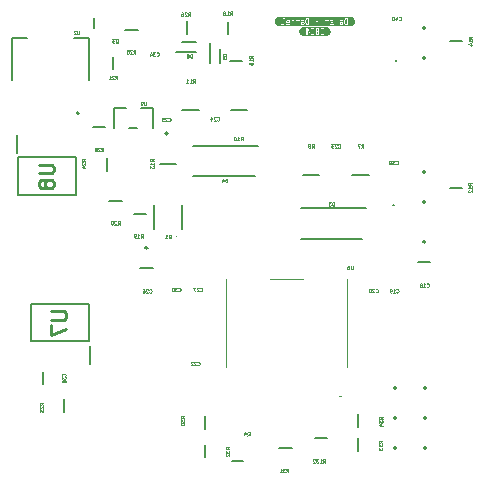
<source format=gbo>
%TF.GenerationSoftware,KiCad,Pcbnew,8.0.2*%
%TF.CreationDate,2024-06-14T21:27:27+05:30*%
%TF.ProjectId,gate driver circuit design,67617465-2064-4726-9976-657220636972,rev?*%
%TF.SameCoordinates,Original*%
%TF.FileFunction,Legend,Bot*%
%TF.FilePolarity,Positive*%
%FSLAX46Y46*%
G04 Gerber Fmt 4.6, Leading zero omitted, Abs format (unit mm)*
G04 Created by KiCad (PCBNEW 8.0.2) date 2024-06-14 21:27:27*
%MOMM*%
%LPD*%
G01*
G04 APERTURE LIST*
%ADD10C,0.060000*%
%ADD11C,0.254000*%
%ADD12C,0.200000*%
%ADD13C,0.127000*%
%ADD14C,0.000000*%
%ADD15C,0.152400*%
%ADD16C,0.100000*%
%ADD17C,0.350000*%
G04 APERTURE END LIST*
D10*
X109160665Y-82924143D02*
X109017808Y-82824143D01*
X109160665Y-82752714D02*
X108860665Y-82752714D01*
X108860665Y-82752714D02*
X108860665Y-82867000D01*
X108860665Y-82867000D02*
X108874951Y-82895571D01*
X108874951Y-82895571D02*
X108889237Y-82909857D01*
X108889237Y-82909857D02*
X108917808Y-82924143D01*
X108917808Y-82924143D02*
X108960665Y-82924143D01*
X108960665Y-82924143D02*
X108989237Y-82909857D01*
X108989237Y-82909857D02*
X109003522Y-82895571D01*
X109003522Y-82895571D02*
X109017808Y-82867000D01*
X109017808Y-82867000D02*
X109017808Y-82752714D01*
X108860665Y-83024143D02*
X108860665Y-83209857D01*
X108860665Y-83209857D02*
X108974951Y-83109857D01*
X108974951Y-83109857D02*
X108974951Y-83152714D01*
X108974951Y-83152714D02*
X108989237Y-83181286D01*
X108989237Y-83181286D02*
X109003522Y-83195571D01*
X109003522Y-83195571D02*
X109032094Y-83209857D01*
X109032094Y-83209857D02*
X109103522Y-83209857D01*
X109103522Y-83209857D02*
X109132094Y-83195571D01*
X109132094Y-83195571D02*
X109146380Y-83181286D01*
X109146380Y-83181286D02*
X109160665Y-83152714D01*
X109160665Y-83152714D02*
X109160665Y-83067000D01*
X109160665Y-83067000D02*
X109146380Y-83038428D01*
X109146380Y-83038428D02*
X109132094Y-83024143D01*
X108860665Y-83309857D02*
X108860665Y-83495571D01*
X108860665Y-83495571D02*
X108974951Y-83395571D01*
X108974951Y-83395571D02*
X108974951Y-83438428D01*
X108974951Y-83438428D02*
X108989237Y-83467000D01*
X108989237Y-83467000D02*
X109003522Y-83481285D01*
X109003522Y-83481285D02*
X109032094Y-83495571D01*
X109032094Y-83495571D02*
X109103522Y-83495571D01*
X109103522Y-83495571D02*
X109132094Y-83481285D01*
X109132094Y-83481285D02*
X109146380Y-83467000D01*
X109146380Y-83467000D02*
X109160665Y-83438428D01*
X109160665Y-83438428D02*
X109160665Y-83352714D01*
X109160665Y-83352714D02*
X109146380Y-83324142D01*
X109146380Y-83324142D02*
X109132094Y-83309857D01*
X110559856Y-47113094D02*
X110574142Y-47127380D01*
X110574142Y-47127380D02*
X110616999Y-47141665D01*
X110616999Y-47141665D02*
X110645571Y-47141665D01*
X110645571Y-47141665D02*
X110688428Y-47127380D01*
X110688428Y-47127380D02*
X110716999Y-47098808D01*
X110716999Y-47098808D02*
X110731285Y-47070237D01*
X110731285Y-47070237D02*
X110745571Y-47013094D01*
X110745571Y-47013094D02*
X110745571Y-46970237D01*
X110745571Y-46970237D02*
X110731285Y-46913094D01*
X110731285Y-46913094D02*
X110716999Y-46884522D01*
X110716999Y-46884522D02*
X110688428Y-46855951D01*
X110688428Y-46855951D02*
X110645571Y-46841665D01*
X110645571Y-46841665D02*
X110616999Y-46841665D01*
X110616999Y-46841665D02*
X110574142Y-46855951D01*
X110574142Y-46855951D02*
X110559856Y-46870237D01*
X110302714Y-46941665D02*
X110302714Y-47141665D01*
X110374142Y-46827380D02*
X110445571Y-47041665D01*
X110445571Y-47041665D02*
X110259856Y-47041665D01*
X110088428Y-46841665D02*
X110059857Y-46841665D01*
X110059857Y-46841665D02*
X110031285Y-46855951D01*
X110031285Y-46855951D02*
X110017000Y-46870237D01*
X110017000Y-46870237D02*
X110002714Y-46898808D01*
X110002714Y-46898808D02*
X109988428Y-46955951D01*
X109988428Y-46955951D02*
X109988428Y-47027380D01*
X109988428Y-47027380D02*
X110002714Y-47084522D01*
X110002714Y-47084522D02*
X110017000Y-47113094D01*
X110017000Y-47113094D02*
X110031285Y-47127380D01*
X110031285Y-47127380D02*
X110059857Y-47141665D01*
X110059857Y-47141665D02*
X110088428Y-47141665D01*
X110088428Y-47141665D02*
X110117000Y-47127380D01*
X110117000Y-47127380D02*
X110131285Y-47113094D01*
X110131285Y-47113094D02*
X110145571Y-47084522D01*
X110145571Y-47084522D02*
X110159857Y-47027380D01*
X110159857Y-47027380D02*
X110159857Y-46955951D01*
X110159857Y-46955951D02*
X110145571Y-46898808D01*
X110145571Y-46898808D02*
X110131285Y-46870237D01*
X110131285Y-46870237D02*
X110117000Y-46855951D01*
X110117000Y-46855951D02*
X110088428Y-46841665D01*
X89812665Y-59066143D02*
X89669808Y-58966143D01*
X89812665Y-58894714D02*
X89512665Y-58894714D01*
X89512665Y-58894714D02*
X89512665Y-59009000D01*
X89512665Y-59009000D02*
X89526951Y-59037571D01*
X89526951Y-59037571D02*
X89541237Y-59051857D01*
X89541237Y-59051857D02*
X89569808Y-59066143D01*
X89569808Y-59066143D02*
X89612665Y-59066143D01*
X89612665Y-59066143D02*
X89641237Y-59051857D01*
X89641237Y-59051857D02*
X89655522Y-59037571D01*
X89655522Y-59037571D02*
X89669808Y-59009000D01*
X89669808Y-59009000D02*
X89669808Y-58894714D01*
X89812665Y-59351857D02*
X89812665Y-59180428D01*
X89812665Y-59266143D02*
X89512665Y-59266143D01*
X89512665Y-59266143D02*
X89555522Y-59237571D01*
X89555522Y-59237571D02*
X89584094Y-59209000D01*
X89584094Y-59209000D02*
X89598380Y-59180428D01*
X89512665Y-59451857D02*
X89512665Y-59637571D01*
X89512665Y-59637571D02*
X89626951Y-59537571D01*
X89626951Y-59537571D02*
X89626951Y-59580428D01*
X89626951Y-59580428D02*
X89641237Y-59609000D01*
X89641237Y-59609000D02*
X89655522Y-59623285D01*
X89655522Y-59623285D02*
X89684094Y-59637571D01*
X89684094Y-59637571D02*
X89755522Y-59637571D01*
X89755522Y-59637571D02*
X89784094Y-59623285D01*
X89784094Y-59623285D02*
X89798380Y-59609000D01*
X89798380Y-59609000D02*
X89812665Y-59580428D01*
X89812665Y-59580428D02*
X89812665Y-59494714D01*
X89812665Y-59494714D02*
X89798380Y-59466142D01*
X89798380Y-59466142D02*
X89784094Y-59451857D01*
X83509572Y-48019665D02*
X83509572Y-48262522D01*
X83509572Y-48262522D02*
X83495286Y-48291094D01*
X83495286Y-48291094D02*
X83481001Y-48305380D01*
X83481001Y-48305380D02*
X83452429Y-48319665D01*
X83452429Y-48319665D02*
X83395286Y-48319665D01*
X83395286Y-48319665D02*
X83366715Y-48305380D01*
X83366715Y-48305380D02*
X83352429Y-48291094D01*
X83352429Y-48291094D02*
X83338143Y-48262522D01*
X83338143Y-48262522D02*
X83338143Y-48019665D01*
X83209572Y-48048237D02*
X83195286Y-48033951D01*
X83195286Y-48033951D02*
X83166715Y-48019665D01*
X83166715Y-48019665D02*
X83095286Y-48019665D01*
X83095286Y-48019665D02*
X83066715Y-48033951D01*
X83066715Y-48033951D02*
X83052429Y-48048237D01*
X83052429Y-48048237D02*
X83038143Y-48076808D01*
X83038143Y-48076808D02*
X83038143Y-48105380D01*
X83038143Y-48105380D02*
X83052429Y-48148237D01*
X83052429Y-48148237D02*
X83223857Y-48319665D01*
X83223857Y-48319665D02*
X83038143Y-48319665D01*
X89444856Y-70181094D02*
X89459142Y-70195380D01*
X89459142Y-70195380D02*
X89501999Y-70209665D01*
X89501999Y-70209665D02*
X89530571Y-70209665D01*
X89530571Y-70209665D02*
X89573428Y-70195380D01*
X89573428Y-70195380D02*
X89601999Y-70166808D01*
X89601999Y-70166808D02*
X89616285Y-70138237D01*
X89616285Y-70138237D02*
X89630571Y-70081094D01*
X89630571Y-70081094D02*
X89630571Y-70038237D01*
X89630571Y-70038237D02*
X89616285Y-69981094D01*
X89616285Y-69981094D02*
X89601999Y-69952522D01*
X89601999Y-69952522D02*
X89573428Y-69923951D01*
X89573428Y-69923951D02*
X89530571Y-69909665D01*
X89530571Y-69909665D02*
X89501999Y-69909665D01*
X89501999Y-69909665D02*
X89459142Y-69923951D01*
X89459142Y-69923951D02*
X89444856Y-69938237D01*
X89330571Y-69938237D02*
X89316285Y-69923951D01*
X89316285Y-69923951D02*
X89287714Y-69909665D01*
X89287714Y-69909665D02*
X89216285Y-69909665D01*
X89216285Y-69909665D02*
X89187714Y-69923951D01*
X89187714Y-69923951D02*
X89173428Y-69938237D01*
X89173428Y-69938237D02*
X89159142Y-69966808D01*
X89159142Y-69966808D02*
X89159142Y-69995380D01*
X89159142Y-69995380D02*
X89173428Y-70038237D01*
X89173428Y-70038237D02*
X89344856Y-70209665D01*
X89344856Y-70209665D02*
X89159142Y-70209665D01*
X88902000Y-69909665D02*
X88959142Y-69909665D01*
X88959142Y-69909665D02*
X88987714Y-69923951D01*
X88987714Y-69923951D02*
X89002000Y-69938237D01*
X89002000Y-69938237D02*
X89030571Y-69981094D01*
X89030571Y-69981094D02*
X89044857Y-70038237D01*
X89044857Y-70038237D02*
X89044857Y-70152522D01*
X89044857Y-70152522D02*
X89030571Y-70181094D01*
X89030571Y-70181094D02*
X89016285Y-70195380D01*
X89016285Y-70195380D02*
X88987714Y-70209665D01*
X88987714Y-70209665D02*
X88930571Y-70209665D01*
X88930571Y-70209665D02*
X88902000Y-70195380D01*
X88902000Y-70195380D02*
X88887714Y-70181094D01*
X88887714Y-70181094D02*
X88873428Y-70152522D01*
X88873428Y-70152522D02*
X88873428Y-70081094D01*
X88873428Y-70081094D02*
X88887714Y-70052522D01*
X88887714Y-70052522D02*
X88902000Y-70038237D01*
X88902000Y-70038237D02*
X88930571Y-70023951D01*
X88930571Y-70023951D02*
X88987714Y-70023951D01*
X88987714Y-70023951D02*
X89016285Y-70038237D01*
X89016285Y-70038237D02*
X89030571Y-70052522D01*
X89030571Y-70052522D02*
X89044857Y-70081094D01*
X84025665Y-59090143D02*
X83882808Y-58990143D01*
X84025665Y-58918714D02*
X83725665Y-58918714D01*
X83725665Y-58918714D02*
X83725665Y-59033000D01*
X83725665Y-59033000D02*
X83739951Y-59061571D01*
X83739951Y-59061571D02*
X83754237Y-59075857D01*
X83754237Y-59075857D02*
X83782808Y-59090143D01*
X83782808Y-59090143D02*
X83825665Y-59090143D01*
X83825665Y-59090143D02*
X83854237Y-59075857D01*
X83854237Y-59075857D02*
X83868522Y-59061571D01*
X83868522Y-59061571D02*
X83882808Y-59033000D01*
X83882808Y-59033000D02*
X83882808Y-58918714D01*
X83754237Y-59204428D02*
X83739951Y-59218714D01*
X83739951Y-59218714D02*
X83725665Y-59247286D01*
X83725665Y-59247286D02*
X83725665Y-59318714D01*
X83725665Y-59318714D02*
X83739951Y-59347286D01*
X83739951Y-59347286D02*
X83754237Y-59361571D01*
X83754237Y-59361571D02*
X83782808Y-59375857D01*
X83782808Y-59375857D02*
X83811380Y-59375857D01*
X83811380Y-59375857D02*
X83854237Y-59361571D01*
X83854237Y-59361571D02*
X84025665Y-59190143D01*
X84025665Y-59190143D02*
X84025665Y-59375857D01*
X83825665Y-59633000D02*
X84025665Y-59633000D01*
X83711380Y-59561571D02*
X83925665Y-59490142D01*
X83925665Y-59490142D02*
X83925665Y-59675857D01*
X91060856Y-55659094D02*
X91075142Y-55673380D01*
X91075142Y-55673380D02*
X91117999Y-55687665D01*
X91117999Y-55687665D02*
X91146571Y-55687665D01*
X91146571Y-55687665D02*
X91189428Y-55673380D01*
X91189428Y-55673380D02*
X91217999Y-55644808D01*
X91217999Y-55644808D02*
X91232285Y-55616237D01*
X91232285Y-55616237D02*
X91246571Y-55559094D01*
X91246571Y-55559094D02*
X91246571Y-55516237D01*
X91246571Y-55516237D02*
X91232285Y-55459094D01*
X91232285Y-55459094D02*
X91217999Y-55430522D01*
X91217999Y-55430522D02*
X91189428Y-55401951D01*
X91189428Y-55401951D02*
X91146571Y-55387665D01*
X91146571Y-55387665D02*
X91117999Y-55387665D01*
X91117999Y-55387665D02*
X91075142Y-55401951D01*
X91075142Y-55401951D02*
X91060856Y-55416237D01*
X90946571Y-55416237D02*
X90932285Y-55401951D01*
X90932285Y-55401951D02*
X90903714Y-55387665D01*
X90903714Y-55387665D02*
X90832285Y-55387665D01*
X90832285Y-55387665D02*
X90803714Y-55401951D01*
X90803714Y-55401951D02*
X90789428Y-55416237D01*
X90789428Y-55416237D02*
X90775142Y-55444808D01*
X90775142Y-55444808D02*
X90775142Y-55473380D01*
X90775142Y-55473380D02*
X90789428Y-55516237D01*
X90789428Y-55516237D02*
X90960856Y-55687665D01*
X90960856Y-55687665D02*
X90775142Y-55687665D01*
X90503714Y-55387665D02*
X90646571Y-55387665D01*
X90646571Y-55387665D02*
X90660857Y-55530522D01*
X90660857Y-55530522D02*
X90646571Y-55516237D01*
X90646571Y-55516237D02*
X90618000Y-55501951D01*
X90618000Y-55501951D02*
X90546571Y-55501951D01*
X90546571Y-55501951D02*
X90518000Y-55516237D01*
X90518000Y-55516237D02*
X90503714Y-55530522D01*
X90503714Y-55530522D02*
X90489428Y-55559094D01*
X90489428Y-55559094D02*
X90489428Y-55630522D01*
X90489428Y-55630522D02*
X90503714Y-55659094D01*
X90503714Y-55659094D02*
X90518000Y-55673380D01*
X90518000Y-55673380D02*
X90546571Y-55687665D01*
X90546571Y-55687665D02*
X90618000Y-55687665D01*
X90618000Y-55687665D02*
X90646571Y-55673380D01*
X90646571Y-55673380D02*
X90660857Y-55659094D01*
X92398665Y-80827143D02*
X92255808Y-80727143D01*
X92398665Y-80655714D02*
X92098665Y-80655714D01*
X92098665Y-80655714D02*
X92098665Y-80770000D01*
X92098665Y-80770000D02*
X92112951Y-80798571D01*
X92112951Y-80798571D02*
X92127237Y-80812857D01*
X92127237Y-80812857D02*
X92155808Y-80827143D01*
X92155808Y-80827143D02*
X92198665Y-80827143D01*
X92198665Y-80827143D02*
X92227237Y-80812857D01*
X92227237Y-80812857D02*
X92241522Y-80798571D01*
X92241522Y-80798571D02*
X92255808Y-80770000D01*
X92255808Y-80770000D02*
X92255808Y-80655714D01*
X92098665Y-80927143D02*
X92098665Y-81112857D01*
X92098665Y-81112857D02*
X92212951Y-81012857D01*
X92212951Y-81012857D02*
X92212951Y-81055714D01*
X92212951Y-81055714D02*
X92227237Y-81084286D01*
X92227237Y-81084286D02*
X92241522Y-81098571D01*
X92241522Y-81098571D02*
X92270094Y-81112857D01*
X92270094Y-81112857D02*
X92341522Y-81112857D01*
X92341522Y-81112857D02*
X92370094Y-81098571D01*
X92370094Y-81098571D02*
X92384380Y-81084286D01*
X92384380Y-81084286D02*
X92398665Y-81055714D01*
X92398665Y-81055714D02*
X92398665Y-80970000D01*
X92398665Y-80970000D02*
X92384380Y-80941428D01*
X92384380Y-80941428D02*
X92370094Y-80927143D01*
X92098665Y-81298571D02*
X92098665Y-81327142D01*
X92098665Y-81327142D02*
X92112951Y-81355714D01*
X92112951Y-81355714D02*
X92127237Y-81370000D01*
X92127237Y-81370000D02*
X92155808Y-81384285D01*
X92155808Y-81384285D02*
X92212951Y-81398571D01*
X92212951Y-81398571D02*
X92284380Y-81398571D01*
X92284380Y-81398571D02*
X92341522Y-81384285D01*
X92341522Y-81384285D02*
X92370094Y-81370000D01*
X92370094Y-81370000D02*
X92384380Y-81355714D01*
X92384380Y-81355714D02*
X92398665Y-81327142D01*
X92398665Y-81327142D02*
X92398665Y-81298571D01*
X92398665Y-81298571D02*
X92384380Y-81270000D01*
X92384380Y-81270000D02*
X92370094Y-81255714D01*
X92370094Y-81255714D02*
X92341522Y-81241428D01*
X92341522Y-81241428D02*
X92284380Y-81227142D01*
X92284380Y-81227142D02*
X92212951Y-81227142D01*
X92212951Y-81227142D02*
X92155808Y-81241428D01*
X92155808Y-81241428D02*
X92127237Y-81255714D01*
X92127237Y-81255714D02*
X92112951Y-81270000D01*
X92112951Y-81270000D02*
X92098665Y-81298571D01*
X86765856Y-64437665D02*
X86865856Y-64294808D01*
X86937285Y-64437665D02*
X86937285Y-64137665D01*
X86937285Y-64137665D02*
X86822999Y-64137665D01*
X86822999Y-64137665D02*
X86794428Y-64151951D01*
X86794428Y-64151951D02*
X86780142Y-64166237D01*
X86780142Y-64166237D02*
X86765856Y-64194808D01*
X86765856Y-64194808D02*
X86765856Y-64237665D01*
X86765856Y-64237665D02*
X86780142Y-64266237D01*
X86780142Y-64266237D02*
X86794428Y-64280522D01*
X86794428Y-64280522D02*
X86822999Y-64294808D01*
X86822999Y-64294808D02*
X86937285Y-64294808D01*
X86651571Y-64166237D02*
X86637285Y-64151951D01*
X86637285Y-64151951D02*
X86608714Y-64137665D01*
X86608714Y-64137665D02*
X86537285Y-64137665D01*
X86537285Y-64137665D02*
X86508714Y-64151951D01*
X86508714Y-64151951D02*
X86494428Y-64166237D01*
X86494428Y-64166237D02*
X86480142Y-64194808D01*
X86480142Y-64194808D02*
X86480142Y-64223380D01*
X86480142Y-64223380D02*
X86494428Y-64266237D01*
X86494428Y-64266237D02*
X86665856Y-64437665D01*
X86665856Y-64437665D02*
X86480142Y-64437665D01*
X86294428Y-64137665D02*
X86265857Y-64137665D01*
X86265857Y-64137665D02*
X86237285Y-64151951D01*
X86237285Y-64151951D02*
X86223000Y-64166237D01*
X86223000Y-64166237D02*
X86208714Y-64194808D01*
X86208714Y-64194808D02*
X86194428Y-64251951D01*
X86194428Y-64251951D02*
X86194428Y-64323380D01*
X86194428Y-64323380D02*
X86208714Y-64380522D01*
X86208714Y-64380522D02*
X86223000Y-64409094D01*
X86223000Y-64409094D02*
X86237285Y-64423380D01*
X86237285Y-64423380D02*
X86265857Y-64437665D01*
X86265857Y-64437665D02*
X86294428Y-64437665D01*
X86294428Y-64437665D02*
X86323000Y-64423380D01*
X86323000Y-64423380D02*
X86337285Y-64409094D01*
X86337285Y-64409094D02*
X86351571Y-64380522D01*
X86351571Y-64380522D02*
X86365857Y-64323380D01*
X86365857Y-64323380D02*
X86365857Y-64251951D01*
X86365857Y-64251951D02*
X86351571Y-64194808D01*
X86351571Y-64194808D02*
X86337285Y-64166237D01*
X86337285Y-64166237D02*
X86323000Y-64151951D01*
X86323000Y-64151951D02*
X86294428Y-64137665D01*
X88718856Y-65538665D02*
X88818856Y-65395808D01*
X88890285Y-65538665D02*
X88890285Y-65238665D01*
X88890285Y-65238665D02*
X88775999Y-65238665D01*
X88775999Y-65238665D02*
X88747428Y-65252951D01*
X88747428Y-65252951D02*
X88733142Y-65267237D01*
X88733142Y-65267237D02*
X88718856Y-65295808D01*
X88718856Y-65295808D02*
X88718856Y-65338665D01*
X88718856Y-65338665D02*
X88733142Y-65367237D01*
X88733142Y-65367237D02*
X88747428Y-65381522D01*
X88747428Y-65381522D02*
X88775999Y-65395808D01*
X88775999Y-65395808D02*
X88890285Y-65395808D01*
X88433142Y-65538665D02*
X88604571Y-65538665D01*
X88518856Y-65538665D02*
X88518856Y-65238665D01*
X88518856Y-65238665D02*
X88547428Y-65281522D01*
X88547428Y-65281522D02*
X88575999Y-65310094D01*
X88575999Y-65310094D02*
X88604571Y-65324380D01*
X88290285Y-65538665D02*
X88233142Y-65538665D01*
X88233142Y-65538665D02*
X88204571Y-65524380D01*
X88204571Y-65524380D02*
X88190285Y-65510094D01*
X88190285Y-65510094D02*
X88161714Y-65467237D01*
X88161714Y-65467237D02*
X88147428Y-65410094D01*
X88147428Y-65410094D02*
X88147428Y-65295808D01*
X88147428Y-65295808D02*
X88161714Y-65267237D01*
X88161714Y-65267237D02*
X88176000Y-65252951D01*
X88176000Y-65252951D02*
X88204571Y-65238665D01*
X88204571Y-65238665D02*
X88261714Y-65238665D01*
X88261714Y-65238665D02*
X88290285Y-65252951D01*
X88290285Y-65252951D02*
X88304571Y-65267237D01*
X88304571Y-65267237D02*
X88318857Y-65295808D01*
X88318857Y-65295808D02*
X88318857Y-65367237D01*
X88318857Y-65367237D02*
X88304571Y-65395808D01*
X88304571Y-65395808D02*
X88290285Y-65410094D01*
X88290285Y-65410094D02*
X88261714Y-65424380D01*
X88261714Y-65424380D02*
X88204571Y-65424380D01*
X88204571Y-65424380D02*
X88176000Y-65410094D01*
X88176000Y-65410094D02*
X88161714Y-65395808D01*
X88161714Y-65395808D02*
X88147428Y-65367237D01*
X93154856Y-52404665D02*
X93254856Y-52261808D01*
X93326285Y-52404665D02*
X93326285Y-52104665D01*
X93326285Y-52104665D02*
X93211999Y-52104665D01*
X93211999Y-52104665D02*
X93183428Y-52118951D01*
X93183428Y-52118951D02*
X93169142Y-52133237D01*
X93169142Y-52133237D02*
X93154856Y-52161808D01*
X93154856Y-52161808D02*
X93154856Y-52204665D01*
X93154856Y-52204665D02*
X93169142Y-52233237D01*
X93169142Y-52233237D02*
X93183428Y-52247522D01*
X93183428Y-52247522D02*
X93211999Y-52261808D01*
X93211999Y-52261808D02*
X93326285Y-52261808D01*
X92869142Y-52404665D02*
X93040571Y-52404665D01*
X92954856Y-52404665D02*
X92954856Y-52104665D01*
X92954856Y-52104665D02*
X92983428Y-52147522D01*
X92983428Y-52147522D02*
X93011999Y-52176094D01*
X93011999Y-52176094D02*
X93040571Y-52190380D01*
X92583428Y-52404665D02*
X92754857Y-52404665D01*
X92669142Y-52404665D02*
X92669142Y-52104665D01*
X92669142Y-52104665D02*
X92697714Y-52147522D01*
X92697714Y-52147522D02*
X92726285Y-52176094D01*
X92726285Y-52176094D02*
X92754857Y-52190380D01*
X112934856Y-69678094D02*
X112949142Y-69692380D01*
X112949142Y-69692380D02*
X112991999Y-69706665D01*
X112991999Y-69706665D02*
X113020571Y-69706665D01*
X113020571Y-69706665D02*
X113063428Y-69692380D01*
X113063428Y-69692380D02*
X113091999Y-69663808D01*
X113091999Y-69663808D02*
X113106285Y-69635237D01*
X113106285Y-69635237D02*
X113120571Y-69578094D01*
X113120571Y-69578094D02*
X113120571Y-69535237D01*
X113120571Y-69535237D02*
X113106285Y-69478094D01*
X113106285Y-69478094D02*
X113091999Y-69449522D01*
X113091999Y-69449522D02*
X113063428Y-69420951D01*
X113063428Y-69420951D02*
X113020571Y-69406665D01*
X113020571Y-69406665D02*
X112991999Y-69406665D01*
X112991999Y-69406665D02*
X112949142Y-69420951D01*
X112949142Y-69420951D02*
X112934856Y-69435237D01*
X112649142Y-69706665D02*
X112820571Y-69706665D01*
X112734856Y-69706665D02*
X112734856Y-69406665D01*
X112734856Y-69406665D02*
X112763428Y-69449522D01*
X112763428Y-69449522D02*
X112791999Y-69478094D01*
X112791999Y-69478094D02*
X112820571Y-69492380D01*
X112477714Y-69535237D02*
X112506285Y-69520951D01*
X112506285Y-69520951D02*
X112520571Y-69506665D01*
X112520571Y-69506665D02*
X112534857Y-69478094D01*
X112534857Y-69478094D02*
X112534857Y-69463808D01*
X112534857Y-69463808D02*
X112520571Y-69435237D01*
X112520571Y-69435237D02*
X112506285Y-69420951D01*
X112506285Y-69420951D02*
X112477714Y-69406665D01*
X112477714Y-69406665D02*
X112420571Y-69406665D01*
X112420571Y-69406665D02*
X112392000Y-69420951D01*
X112392000Y-69420951D02*
X112377714Y-69435237D01*
X112377714Y-69435237D02*
X112363428Y-69463808D01*
X112363428Y-69463808D02*
X112363428Y-69478094D01*
X112363428Y-69478094D02*
X112377714Y-69506665D01*
X112377714Y-69506665D02*
X112392000Y-69520951D01*
X112392000Y-69520951D02*
X112420571Y-69535237D01*
X112420571Y-69535237D02*
X112477714Y-69535237D01*
X112477714Y-69535237D02*
X112506285Y-69549522D01*
X112506285Y-69549522D02*
X112520571Y-69563808D01*
X112520571Y-69563808D02*
X112534857Y-69592380D01*
X112534857Y-69592380D02*
X112534857Y-69649522D01*
X112534857Y-69649522D02*
X112520571Y-69678094D01*
X112520571Y-69678094D02*
X112506285Y-69692380D01*
X112506285Y-69692380D02*
X112477714Y-69706665D01*
X112477714Y-69706665D02*
X112420571Y-69706665D01*
X112420571Y-69706665D02*
X112392000Y-69692380D01*
X112392000Y-69692380D02*
X112377714Y-69678094D01*
X112377714Y-69678094D02*
X112363428Y-69649522D01*
X112363428Y-69649522D02*
X112363428Y-69592380D01*
X112363428Y-69592380D02*
X112377714Y-69563808D01*
X112377714Y-69563808D02*
X112392000Y-69549522D01*
X112392000Y-69549522D02*
X112420571Y-69535237D01*
D11*
X81161318Y-71755380D02*
X82189413Y-71755380D01*
X82189413Y-71755380D02*
X82310365Y-71815857D01*
X82310365Y-71815857D02*
X82370842Y-71876333D01*
X82370842Y-71876333D02*
X82431318Y-71997285D01*
X82431318Y-71997285D02*
X82431318Y-72239190D01*
X82431318Y-72239190D02*
X82370842Y-72360142D01*
X82370842Y-72360142D02*
X82310365Y-72420619D01*
X82310365Y-72420619D02*
X82189413Y-72481095D01*
X82189413Y-72481095D02*
X81161318Y-72481095D01*
X81161318Y-72964904D02*
X81161318Y-73811571D01*
X81161318Y-73811571D02*
X82431318Y-73267285D01*
D10*
X116777665Y-48696143D02*
X116634808Y-48596143D01*
X116777665Y-48524714D02*
X116477665Y-48524714D01*
X116477665Y-48524714D02*
X116477665Y-48639000D01*
X116477665Y-48639000D02*
X116491951Y-48667571D01*
X116491951Y-48667571D02*
X116506237Y-48681857D01*
X116506237Y-48681857D02*
X116534808Y-48696143D01*
X116534808Y-48696143D02*
X116577665Y-48696143D01*
X116577665Y-48696143D02*
X116606237Y-48681857D01*
X116606237Y-48681857D02*
X116620522Y-48667571D01*
X116620522Y-48667571D02*
X116634808Y-48639000D01*
X116634808Y-48639000D02*
X116634808Y-48524714D01*
X116777665Y-48981857D02*
X116777665Y-48810428D01*
X116777665Y-48896143D02*
X116477665Y-48896143D01*
X116477665Y-48896143D02*
X116520522Y-48867571D01*
X116520522Y-48867571D02*
X116549094Y-48839000D01*
X116549094Y-48839000D02*
X116563380Y-48810428D01*
X116577665Y-49239000D02*
X116777665Y-49239000D01*
X116463380Y-49167571D02*
X116677665Y-49096142D01*
X116677665Y-49096142D02*
X116677665Y-49281857D01*
X93051428Y-50297665D02*
X93051428Y-49997665D01*
X93051428Y-49997665D02*
X92979999Y-49997665D01*
X92979999Y-49997665D02*
X92937142Y-50011951D01*
X92937142Y-50011951D02*
X92908571Y-50040522D01*
X92908571Y-50040522D02*
X92894285Y-50069094D01*
X92894285Y-50069094D02*
X92879999Y-50126237D01*
X92879999Y-50126237D02*
X92879999Y-50169094D01*
X92879999Y-50169094D02*
X92894285Y-50226237D01*
X92894285Y-50226237D02*
X92908571Y-50254808D01*
X92908571Y-50254808D02*
X92937142Y-50283380D01*
X92937142Y-50283380D02*
X92979999Y-50297665D01*
X92979999Y-50297665D02*
X93051428Y-50297665D01*
X92708571Y-50126237D02*
X92737142Y-50111951D01*
X92737142Y-50111951D02*
X92751428Y-50097665D01*
X92751428Y-50097665D02*
X92765714Y-50069094D01*
X92765714Y-50069094D02*
X92765714Y-50054808D01*
X92765714Y-50054808D02*
X92751428Y-50026237D01*
X92751428Y-50026237D02*
X92737142Y-50011951D01*
X92737142Y-50011951D02*
X92708571Y-49997665D01*
X92708571Y-49997665D02*
X92651428Y-49997665D01*
X92651428Y-49997665D02*
X92622857Y-50011951D01*
X92622857Y-50011951D02*
X92608571Y-50026237D01*
X92608571Y-50026237D02*
X92594285Y-50054808D01*
X92594285Y-50054808D02*
X92594285Y-50069094D01*
X92594285Y-50069094D02*
X92608571Y-50097665D01*
X92608571Y-50097665D02*
X92622857Y-50111951D01*
X92622857Y-50111951D02*
X92651428Y-50126237D01*
X92651428Y-50126237D02*
X92708571Y-50126237D01*
X92708571Y-50126237D02*
X92737142Y-50140522D01*
X92737142Y-50140522D02*
X92751428Y-50154808D01*
X92751428Y-50154808D02*
X92765714Y-50183380D01*
X92765714Y-50183380D02*
X92765714Y-50240522D01*
X92765714Y-50240522D02*
X92751428Y-50269094D01*
X92751428Y-50269094D02*
X92737142Y-50283380D01*
X92737142Y-50283380D02*
X92708571Y-50297665D01*
X92708571Y-50297665D02*
X92651428Y-50297665D01*
X92651428Y-50297665D02*
X92622857Y-50283380D01*
X92622857Y-50283380D02*
X92608571Y-50269094D01*
X92608571Y-50269094D02*
X92594285Y-50240522D01*
X92594285Y-50240522D02*
X92594285Y-50183380D01*
X92594285Y-50183380D02*
X92608571Y-50154808D01*
X92608571Y-50154808D02*
X92622857Y-50140522D01*
X92622857Y-50140522D02*
X92651428Y-50126237D01*
X107400999Y-57905665D02*
X107500999Y-57762808D01*
X107572428Y-57905665D02*
X107572428Y-57605665D01*
X107572428Y-57605665D02*
X107458142Y-57605665D01*
X107458142Y-57605665D02*
X107429571Y-57619951D01*
X107429571Y-57619951D02*
X107415285Y-57634237D01*
X107415285Y-57634237D02*
X107400999Y-57662808D01*
X107400999Y-57662808D02*
X107400999Y-57705665D01*
X107400999Y-57705665D02*
X107415285Y-57734237D01*
X107415285Y-57734237D02*
X107429571Y-57748522D01*
X107429571Y-57748522D02*
X107458142Y-57762808D01*
X107458142Y-57762808D02*
X107572428Y-57762808D01*
X107300999Y-57605665D02*
X107100999Y-57605665D01*
X107100999Y-57605665D02*
X107229571Y-57905665D01*
X110360856Y-70156094D02*
X110375142Y-70170380D01*
X110375142Y-70170380D02*
X110417999Y-70184665D01*
X110417999Y-70184665D02*
X110446571Y-70184665D01*
X110446571Y-70184665D02*
X110489428Y-70170380D01*
X110489428Y-70170380D02*
X110517999Y-70141808D01*
X110517999Y-70141808D02*
X110532285Y-70113237D01*
X110532285Y-70113237D02*
X110546571Y-70056094D01*
X110546571Y-70056094D02*
X110546571Y-70013237D01*
X110546571Y-70013237D02*
X110532285Y-69956094D01*
X110532285Y-69956094D02*
X110517999Y-69927522D01*
X110517999Y-69927522D02*
X110489428Y-69898951D01*
X110489428Y-69898951D02*
X110446571Y-69884665D01*
X110446571Y-69884665D02*
X110417999Y-69884665D01*
X110417999Y-69884665D02*
X110375142Y-69898951D01*
X110375142Y-69898951D02*
X110360856Y-69913237D01*
X110075142Y-70184665D02*
X110246571Y-70184665D01*
X110160856Y-70184665D02*
X110160856Y-69884665D01*
X110160856Y-69884665D02*
X110189428Y-69927522D01*
X110189428Y-69927522D02*
X110217999Y-69956094D01*
X110217999Y-69956094D02*
X110246571Y-69970380D01*
X109932285Y-70184665D02*
X109875142Y-70184665D01*
X109875142Y-70184665D02*
X109846571Y-70170380D01*
X109846571Y-70170380D02*
X109832285Y-70156094D01*
X109832285Y-70156094D02*
X109803714Y-70113237D01*
X109803714Y-70113237D02*
X109789428Y-70056094D01*
X109789428Y-70056094D02*
X109789428Y-69941808D01*
X109789428Y-69941808D02*
X109803714Y-69913237D01*
X109803714Y-69913237D02*
X109818000Y-69898951D01*
X109818000Y-69898951D02*
X109846571Y-69884665D01*
X109846571Y-69884665D02*
X109903714Y-69884665D01*
X109903714Y-69884665D02*
X109932285Y-69898951D01*
X109932285Y-69898951D02*
X109946571Y-69913237D01*
X109946571Y-69913237D02*
X109960857Y-69941808D01*
X109960857Y-69941808D02*
X109960857Y-70013237D01*
X109960857Y-70013237D02*
X109946571Y-70041808D01*
X109946571Y-70041808D02*
X109932285Y-70056094D01*
X109932285Y-70056094D02*
X109903714Y-70070380D01*
X109903714Y-70070380D02*
X109846571Y-70070380D01*
X109846571Y-70070380D02*
X109818000Y-70056094D01*
X109818000Y-70056094D02*
X109803714Y-70041808D01*
X109803714Y-70041808D02*
X109789428Y-70013237D01*
X105436856Y-57900094D02*
X105451142Y-57914380D01*
X105451142Y-57914380D02*
X105493999Y-57928665D01*
X105493999Y-57928665D02*
X105522571Y-57928665D01*
X105522571Y-57928665D02*
X105565428Y-57914380D01*
X105565428Y-57914380D02*
X105593999Y-57885808D01*
X105593999Y-57885808D02*
X105608285Y-57857237D01*
X105608285Y-57857237D02*
X105622571Y-57800094D01*
X105622571Y-57800094D02*
X105622571Y-57757237D01*
X105622571Y-57757237D02*
X105608285Y-57700094D01*
X105608285Y-57700094D02*
X105593999Y-57671522D01*
X105593999Y-57671522D02*
X105565428Y-57642951D01*
X105565428Y-57642951D02*
X105522571Y-57628665D01*
X105522571Y-57628665D02*
X105493999Y-57628665D01*
X105493999Y-57628665D02*
X105451142Y-57642951D01*
X105451142Y-57642951D02*
X105436856Y-57657237D01*
X105322571Y-57657237D02*
X105308285Y-57642951D01*
X105308285Y-57642951D02*
X105279714Y-57628665D01*
X105279714Y-57628665D02*
X105208285Y-57628665D01*
X105208285Y-57628665D02*
X105179714Y-57642951D01*
X105179714Y-57642951D02*
X105165428Y-57657237D01*
X105165428Y-57657237D02*
X105151142Y-57685808D01*
X105151142Y-57685808D02*
X105151142Y-57714380D01*
X105151142Y-57714380D02*
X105165428Y-57757237D01*
X105165428Y-57757237D02*
X105336856Y-57928665D01*
X105336856Y-57928665D02*
X105151142Y-57928665D01*
X105051142Y-57628665D02*
X104865428Y-57628665D01*
X104865428Y-57628665D02*
X104965428Y-57742951D01*
X104965428Y-57742951D02*
X104922571Y-57742951D01*
X104922571Y-57742951D02*
X104894000Y-57757237D01*
X104894000Y-57757237D02*
X104879714Y-57771522D01*
X104879714Y-57771522D02*
X104865428Y-57800094D01*
X104865428Y-57800094D02*
X104865428Y-57871522D01*
X104865428Y-57871522D02*
X104879714Y-57900094D01*
X104879714Y-57900094D02*
X104894000Y-57914380D01*
X104894000Y-57914380D02*
X104922571Y-57928665D01*
X104922571Y-57928665D02*
X105008285Y-57928665D01*
X105008285Y-57928665D02*
X105036857Y-57914380D01*
X105036857Y-57914380D02*
X105051142Y-57900094D01*
X95942665Y-49980571D02*
X95642665Y-49980571D01*
X95642665Y-49980571D02*
X95642665Y-50052000D01*
X95642665Y-50052000D02*
X95656951Y-50094857D01*
X95656951Y-50094857D02*
X95685522Y-50123428D01*
X95685522Y-50123428D02*
X95714094Y-50137714D01*
X95714094Y-50137714D02*
X95771237Y-50152000D01*
X95771237Y-50152000D02*
X95814094Y-50152000D01*
X95814094Y-50152000D02*
X95871237Y-50137714D01*
X95871237Y-50137714D02*
X95899808Y-50123428D01*
X95899808Y-50123428D02*
X95928380Y-50094857D01*
X95928380Y-50094857D02*
X95942665Y-50052000D01*
X95942665Y-50052000D02*
X95942665Y-49980571D01*
X95642665Y-50423428D02*
X95642665Y-50280571D01*
X95642665Y-50280571D02*
X95785522Y-50266285D01*
X95785522Y-50266285D02*
X95771237Y-50280571D01*
X95771237Y-50280571D02*
X95756951Y-50309143D01*
X95756951Y-50309143D02*
X95756951Y-50380571D01*
X95756951Y-50380571D02*
X95771237Y-50409143D01*
X95771237Y-50409143D02*
X95785522Y-50423428D01*
X95785522Y-50423428D02*
X95814094Y-50437714D01*
X95814094Y-50437714D02*
X95885522Y-50437714D01*
X95885522Y-50437714D02*
X95914094Y-50423428D01*
X95914094Y-50423428D02*
X95928380Y-50409143D01*
X95928380Y-50409143D02*
X95942665Y-50380571D01*
X95942665Y-50380571D02*
X95942665Y-50309143D01*
X95942665Y-50309143D02*
X95928380Y-50280571D01*
X95928380Y-50280571D02*
X95914094Y-50266285D01*
X90054856Y-50125094D02*
X90069142Y-50139380D01*
X90069142Y-50139380D02*
X90111999Y-50153665D01*
X90111999Y-50153665D02*
X90140571Y-50153665D01*
X90140571Y-50153665D02*
X90183428Y-50139380D01*
X90183428Y-50139380D02*
X90211999Y-50110808D01*
X90211999Y-50110808D02*
X90226285Y-50082237D01*
X90226285Y-50082237D02*
X90240571Y-50025094D01*
X90240571Y-50025094D02*
X90240571Y-49982237D01*
X90240571Y-49982237D02*
X90226285Y-49925094D01*
X90226285Y-49925094D02*
X90211999Y-49896522D01*
X90211999Y-49896522D02*
X90183428Y-49867951D01*
X90183428Y-49867951D02*
X90140571Y-49853665D01*
X90140571Y-49853665D02*
X90111999Y-49853665D01*
X90111999Y-49853665D02*
X90069142Y-49867951D01*
X90069142Y-49867951D02*
X90054856Y-49882237D01*
X89954856Y-49853665D02*
X89769142Y-49853665D01*
X89769142Y-49853665D02*
X89869142Y-49967951D01*
X89869142Y-49967951D02*
X89826285Y-49967951D01*
X89826285Y-49967951D02*
X89797714Y-49982237D01*
X89797714Y-49982237D02*
X89783428Y-49996522D01*
X89783428Y-49996522D02*
X89769142Y-50025094D01*
X89769142Y-50025094D02*
X89769142Y-50096522D01*
X89769142Y-50096522D02*
X89783428Y-50125094D01*
X89783428Y-50125094D02*
X89797714Y-50139380D01*
X89797714Y-50139380D02*
X89826285Y-50153665D01*
X89826285Y-50153665D02*
X89911999Y-50153665D01*
X89911999Y-50153665D02*
X89940571Y-50139380D01*
X89940571Y-50139380D02*
X89954856Y-50125094D01*
X89512000Y-49953665D02*
X89512000Y-50153665D01*
X89583428Y-49839380D02*
X89654857Y-50053665D01*
X89654857Y-50053665D02*
X89469142Y-50053665D01*
X97732571Y-82302237D02*
X97761142Y-82287951D01*
X97761142Y-82287951D02*
X97789714Y-82259380D01*
X97789714Y-82259380D02*
X97832571Y-82216522D01*
X97832571Y-82216522D02*
X97861142Y-82202237D01*
X97861142Y-82202237D02*
X97889714Y-82202237D01*
X97875428Y-82273665D02*
X97904000Y-82259380D01*
X97904000Y-82259380D02*
X97932571Y-82230808D01*
X97932571Y-82230808D02*
X97946857Y-82173665D01*
X97946857Y-82173665D02*
X97946857Y-82073665D01*
X97946857Y-82073665D02*
X97932571Y-82016522D01*
X97932571Y-82016522D02*
X97904000Y-81987951D01*
X97904000Y-81987951D02*
X97875428Y-81973665D01*
X97875428Y-81973665D02*
X97818285Y-81973665D01*
X97818285Y-81973665D02*
X97789714Y-81987951D01*
X97789714Y-81987951D02*
X97761142Y-82016522D01*
X97761142Y-82016522D02*
X97746857Y-82073665D01*
X97746857Y-82073665D02*
X97746857Y-82173665D01*
X97746857Y-82173665D02*
X97761142Y-82230808D01*
X97761142Y-82230808D02*
X97789714Y-82259380D01*
X97789714Y-82259380D02*
X97818285Y-82273665D01*
X97818285Y-82273665D02*
X97875428Y-82273665D01*
X97489714Y-82073665D02*
X97489714Y-82273665D01*
X97561142Y-81959380D02*
X97632571Y-82173665D01*
X97632571Y-82173665D02*
X97446856Y-82173665D01*
X105088428Y-62823665D02*
X105088428Y-62523665D01*
X105088428Y-62523665D02*
X105016999Y-62523665D01*
X105016999Y-62523665D02*
X104974142Y-62537951D01*
X104974142Y-62537951D02*
X104945571Y-62566522D01*
X104945571Y-62566522D02*
X104931285Y-62595094D01*
X104931285Y-62595094D02*
X104916999Y-62652237D01*
X104916999Y-62652237D02*
X104916999Y-62695094D01*
X104916999Y-62695094D02*
X104931285Y-62752237D01*
X104931285Y-62752237D02*
X104945571Y-62780808D01*
X104945571Y-62780808D02*
X104974142Y-62809380D01*
X104974142Y-62809380D02*
X105016999Y-62823665D01*
X105016999Y-62823665D02*
X105088428Y-62823665D01*
X104816999Y-62523665D02*
X104631285Y-62523665D01*
X104631285Y-62523665D02*
X104731285Y-62637951D01*
X104731285Y-62637951D02*
X104688428Y-62637951D01*
X104688428Y-62637951D02*
X104659857Y-62652237D01*
X104659857Y-62652237D02*
X104645571Y-62666522D01*
X104645571Y-62666522D02*
X104631285Y-62695094D01*
X104631285Y-62695094D02*
X104631285Y-62766522D01*
X104631285Y-62766522D02*
X104645571Y-62795094D01*
X104645571Y-62795094D02*
X104659857Y-62809380D01*
X104659857Y-62809380D02*
X104688428Y-62823665D01*
X104688428Y-62823665D02*
X104774142Y-62823665D01*
X104774142Y-62823665D02*
X104802714Y-62809380D01*
X104802714Y-62809380D02*
X104816999Y-62795094D01*
X96051428Y-60867665D02*
X96051428Y-60567665D01*
X96051428Y-60567665D02*
X95979999Y-60567665D01*
X95979999Y-60567665D02*
X95937142Y-60581951D01*
X95937142Y-60581951D02*
X95908571Y-60610522D01*
X95908571Y-60610522D02*
X95894285Y-60639094D01*
X95894285Y-60639094D02*
X95879999Y-60696237D01*
X95879999Y-60696237D02*
X95879999Y-60739094D01*
X95879999Y-60739094D02*
X95894285Y-60796237D01*
X95894285Y-60796237D02*
X95908571Y-60824808D01*
X95908571Y-60824808D02*
X95937142Y-60853380D01*
X95937142Y-60853380D02*
X95979999Y-60867665D01*
X95979999Y-60867665D02*
X96051428Y-60867665D01*
X95622857Y-60667665D02*
X95622857Y-60867665D01*
X95694285Y-60553380D02*
X95765714Y-60767665D01*
X95765714Y-60767665D02*
X95579999Y-60767665D01*
X104151713Y-84601665D02*
X104251713Y-84458808D01*
X104323142Y-84601665D02*
X104323142Y-84301665D01*
X104323142Y-84301665D02*
X104208856Y-84301665D01*
X104208856Y-84301665D02*
X104180285Y-84315951D01*
X104180285Y-84315951D02*
X104165999Y-84330237D01*
X104165999Y-84330237D02*
X104151713Y-84358808D01*
X104151713Y-84358808D02*
X104151713Y-84401665D01*
X104151713Y-84401665D02*
X104165999Y-84430237D01*
X104165999Y-84430237D02*
X104180285Y-84444522D01*
X104180285Y-84444522D02*
X104208856Y-84458808D01*
X104208856Y-84458808D02*
X104323142Y-84458808D01*
X103865999Y-84601665D02*
X104037428Y-84601665D01*
X103951713Y-84601665D02*
X103951713Y-84301665D01*
X103951713Y-84301665D02*
X103980285Y-84344522D01*
X103980285Y-84344522D02*
X104008856Y-84373094D01*
X104008856Y-84373094D02*
X104037428Y-84387380D01*
X103765999Y-84301665D02*
X103580285Y-84301665D01*
X103580285Y-84301665D02*
X103680285Y-84415951D01*
X103680285Y-84415951D02*
X103637428Y-84415951D01*
X103637428Y-84415951D02*
X103608857Y-84430237D01*
X103608857Y-84430237D02*
X103594571Y-84444522D01*
X103594571Y-84444522D02*
X103580285Y-84473094D01*
X103580285Y-84473094D02*
X103580285Y-84544522D01*
X103580285Y-84544522D02*
X103594571Y-84573094D01*
X103594571Y-84573094D02*
X103608857Y-84587380D01*
X103608857Y-84587380D02*
X103637428Y-84601665D01*
X103637428Y-84601665D02*
X103723142Y-84601665D01*
X103723142Y-84601665D02*
X103751714Y-84587380D01*
X103751714Y-84587380D02*
X103765999Y-84573094D01*
X103466000Y-84330237D02*
X103451714Y-84315951D01*
X103451714Y-84315951D02*
X103423143Y-84301665D01*
X103423143Y-84301665D02*
X103351714Y-84301665D01*
X103351714Y-84301665D02*
X103323143Y-84315951D01*
X103323143Y-84315951D02*
X103308857Y-84330237D01*
X103308857Y-84330237D02*
X103294571Y-84358808D01*
X103294571Y-84358808D02*
X103294571Y-84387380D01*
X103294571Y-84387380D02*
X103308857Y-84430237D01*
X103308857Y-84430237D02*
X103480285Y-84601665D01*
X103480285Y-84601665D02*
X103294571Y-84601665D01*
X93513856Y-76323094D02*
X93528142Y-76337380D01*
X93528142Y-76337380D02*
X93570999Y-76351665D01*
X93570999Y-76351665D02*
X93599571Y-76351665D01*
X93599571Y-76351665D02*
X93642428Y-76337380D01*
X93642428Y-76337380D02*
X93670999Y-76308808D01*
X93670999Y-76308808D02*
X93685285Y-76280237D01*
X93685285Y-76280237D02*
X93699571Y-76223094D01*
X93699571Y-76223094D02*
X93699571Y-76180237D01*
X93699571Y-76180237D02*
X93685285Y-76123094D01*
X93685285Y-76123094D02*
X93670999Y-76094522D01*
X93670999Y-76094522D02*
X93642428Y-76065951D01*
X93642428Y-76065951D02*
X93599571Y-76051665D01*
X93599571Y-76051665D02*
X93570999Y-76051665D01*
X93570999Y-76051665D02*
X93528142Y-76065951D01*
X93528142Y-76065951D02*
X93513856Y-76080237D01*
X93399571Y-76080237D02*
X93385285Y-76065951D01*
X93385285Y-76065951D02*
X93356714Y-76051665D01*
X93356714Y-76051665D02*
X93285285Y-76051665D01*
X93285285Y-76051665D02*
X93256714Y-76065951D01*
X93256714Y-76065951D02*
X93242428Y-76080237D01*
X93242428Y-76080237D02*
X93228142Y-76108808D01*
X93228142Y-76108808D02*
X93228142Y-76137380D01*
X93228142Y-76137380D02*
X93242428Y-76180237D01*
X93242428Y-76180237D02*
X93413856Y-76351665D01*
X93413856Y-76351665D02*
X93228142Y-76351665D01*
X93113857Y-76080237D02*
X93099571Y-76065951D01*
X93099571Y-76065951D02*
X93071000Y-76051665D01*
X93071000Y-76051665D02*
X92999571Y-76051665D01*
X92999571Y-76051665D02*
X92971000Y-76065951D01*
X92971000Y-76065951D02*
X92956714Y-76080237D01*
X92956714Y-76080237D02*
X92942428Y-76108808D01*
X92942428Y-76108808D02*
X92942428Y-76137380D01*
X92942428Y-76137380D02*
X92956714Y-76180237D01*
X92956714Y-76180237D02*
X93128142Y-76351665D01*
X93128142Y-76351665D02*
X92942428Y-76351665D01*
X86584571Y-49064237D02*
X86613142Y-49049951D01*
X86613142Y-49049951D02*
X86641714Y-49021380D01*
X86641714Y-49021380D02*
X86684571Y-48978522D01*
X86684571Y-48978522D02*
X86713142Y-48964237D01*
X86713142Y-48964237D02*
X86741714Y-48964237D01*
X86727428Y-49035665D02*
X86756000Y-49021380D01*
X86756000Y-49021380D02*
X86784571Y-48992808D01*
X86784571Y-48992808D02*
X86798857Y-48935665D01*
X86798857Y-48935665D02*
X86798857Y-48835665D01*
X86798857Y-48835665D02*
X86784571Y-48778522D01*
X86784571Y-48778522D02*
X86756000Y-48749951D01*
X86756000Y-48749951D02*
X86727428Y-48735665D01*
X86727428Y-48735665D02*
X86670285Y-48735665D01*
X86670285Y-48735665D02*
X86641714Y-48749951D01*
X86641714Y-48749951D02*
X86613142Y-48778522D01*
X86613142Y-48778522D02*
X86598857Y-48835665D01*
X86598857Y-48835665D02*
X86598857Y-48935665D01*
X86598857Y-48935665D02*
X86613142Y-48992808D01*
X86613142Y-48992808D02*
X86641714Y-49021380D01*
X86641714Y-49021380D02*
X86670285Y-49035665D01*
X86670285Y-49035665D02*
X86727428Y-49035665D01*
X86498856Y-48735665D02*
X86313142Y-48735665D01*
X86313142Y-48735665D02*
X86413142Y-48849951D01*
X86413142Y-48849951D02*
X86370285Y-48849951D01*
X86370285Y-48849951D02*
X86341714Y-48864237D01*
X86341714Y-48864237D02*
X86327428Y-48878522D01*
X86327428Y-48878522D02*
X86313142Y-48907094D01*
X86313142Y-48907094D02*
X86313142Y-48978522D01*
X86313142Y-48978522D02*
X86327428Y-49007094D01*
X86327428Y-49007094D02*
X86341714Y-49021380D01*
X86341714Y-49021380D02*
X86370285Y-49035665D01*
X86370285Y-49035665D02*
X86455999Y-49035665D01*
X86455999Y-49035665D02*
X86484571Y-49021380D01*
X86484571Y-49021380D02*
X86498856Y-49007094D01*
X93732856Y-70058094D02*
X93747142Y-70072380D01*
X93747142Y-70072380D02*
X93789999Y-70086665D01*
X93789999Y-70086665D02*
X93818571Y-70086665D01*
X93818571Y-70086665D02*
X93861428Y-70072380D01*
X93861428Y-70072380D02*
X93889999Y-70043808D01*
X93889999Y-70043808D02*
X93904285Y-70015237D01*
X93904285Y-70015237D02*
X93918571Y-69958094D01*
X93918571Y-69958094D02*
X93918571Y-69915237D01*
X93918571Y-69915237D02*
X93904285Y-69858094D01*
X93904285Y-69858094D02*
X93889999Y-69829522D01*
X93889999Y-69829522D02*
X93861428Y-69800951D01*
X93861428Y-69800951D02*
X93818571Y-69786665D01*
X93818571Y-69786665D02*
X93789999Y-69786665D01*
X93789999Y-69786665D02*
X93747142Y-69800951D01*
X93747142Y-69800951D02*
X93732856Y-69815237D01*
X93618571Y-69815237D02*
X93604285Y-69800951D01*
X93604285Y-69800951D02*
X93575714Y-69786665D01*
X93575714Y-69786665D02*
X93504285Y-69786665D01*
X93504285Y-69786665D02*
X93475714Y-69800951D01*
X93475714Y-69800951D02*
X93461428Y-69815237D01*
X93461428Y-69815237D02*
X93447142Y-69843808D01*
X93447142Y-69843808D02*
X93447142Y-69872380D01*
X93447142Y-69872380D02*
X93461428Y-69915237D01*
X93461428Y-69915237D02*
X93632856Y-70086665D01*
X93632856Y-70086665D02*
X93447142Y-70086665D01*
X93347142Y-69786665D02*
X93147142Y-69786665D01*
X93147142Y-69786665D02*
X93275714Y-70086665D01*
X85381856Y-58225665D02*
X85481856Y-58082808D01*
X85553285Y-58225665D02*
X85553285Y-57925665D01*
X85553285Y-57925665D02*
X85438999Y-57925665D01*
X85438999Y-57925665D02*
X85410428Y-57939951D01*
X85410428Y-57939951D02*
X85396142Y-57954237D01*
X85396142Y-57954237D02*
X85381856Y-57982808D01*
X85381856Y-57982808D02*
X85381856Y-58025665D01*
X85381856Y-58025665D02*
X85396142Y-58054237D01*
X85396142Y-58054237D02*
X85410428Y-58068522D01*
X85410428Y-58068522D02*
X85438999Y-58082808D01*
X85438999Y-58082808D02*
X85553285Y-58082808D01*
X85267571Y-57954237D02*
X85253285Y-57939951D01*
X85253285Y-57939951D02*
X85224714Y-57925665D01*
X85224714Y-57925665D02*
X85153285Y-57925665D01*
X85153285Y-57925665D02*
X85124714Y-57939951D01*
X85124714Y-57939951D02*
X85110428Y-57954237D01*
X85110428Y-57954237D02*
X85096142Y-57982808D01*
X85096142Y-57982808D02*
X85096142Y-58011380D01*
X85096142Y-58011380D02*
X85110428Y-58054237D01*
X85110428Y-58054237D02*
X85281856Y-58225665D01*
X85281856Y-58225665D02*
X85096142Y-58225665D01*
X84924714Y-58054237D02*
X84953285Y-58039951D01*
X84953285Y-58039951D02*
X84967571Y-58025665D01*
X84967571Y-58025665D02*
X84981857Y-57997094D01*
X84981857Y-57997094D02*
X84981857Y-57982808D01*
X84981857Y-57982808D02*
X84967571Y-57954237D01*
X84967571Y-57954237D02*
X84953285Y-57939951D01*
X84953285Y-57939951D02*
X84924714Y-57925665D01*
X84924714Y-57925665D02*
X84867571Y-57925665D01*
X84867571Y-57925665D02*
X84839000Y-57939951D01*
X84839000Y-57939951D02*
X84824714Y-57954237D01*
X84824714Y-57954237D02*
X84810428Y-57982808D01*
X84810428Y-57982808D02*
X84810428Y-57997094D01*
X84810428Y-57997094D02*
X84824714Y-58025665D01*
X84824714Y-58025665D02*
X84839000Y-58039951D01*
X84839000Y-58039951D02*
X84867571Y-58054237D01*
X84867571Y-58054237D02*
X84924714Y-58054237D01*
X84924714Y-58054237D02*
X84953285Y-58068522D01*
X84953285Y-58068522D02*
X84967571Y-58082808D01*
X84967571Y-58082808D02*
X84981857Y-58111380D01*
X84981857Y-58111380D02*
X84981857Y-58168522D01*
X84981857Y-58168522D02*
X84967571Y-58197094D01*
X84967571Y-58197094D02*
X84953285Y-58211380D01*
X84953285Y-58211380D02*
X84924714Y-58225665D01*
X84924714Y-58225665D02*
X84867571Y-58225665D01*
X84867571Y-58225665D02*
X84839000Y-58211380D01*
X84839000Y-58211380D02*
X84824714Y-58197094D01*
X84824714Y-58197094D02*
X84810428Y-58168522D01*
X84810428Y-58168522D02*
X84810428Y-58111380D01*
X84810428Y-58111380D02*
X84824714Y-58082808D01*
X84824714Y-58082808D02*
X84839000Y-58068522D01*
X84839000Y-58068522D02*
X84867571Y-58054237D01*
X86568856Y-52111665D02*
X86668856Y-51968808D01*
X86740285Y-52111665D02*
X86740285Y-51811665D01*
X86740285Y-51811665D02*
X86625999Y-51811665D01*
X86625999Y-51811665D02*
X86597428Y-51825951D01*
X86597428Y-51825951D02*
X86583142Y-51840237D01*
X86583142Y-51840237D02*
X86568856Y-51868808D01*
X86568856Y-51868808D02*
X86568856Y-51911665D01*
X86568856Y-51911665D02*
X86583142Y-51940237D01*
X86583142Y-51940237D02*
X86597428Y-51954522D01*
X86597428Y-51954522D02*
X86625999Y-51968808D01*
X86625999Y-51968808D02*
X86740285Y-51968808D01*
X86454571Y-51840237D02*
X86440285Y-51825951D01*
X86440285Y-51825951D02*
X86411714Y-51811665D01*
X86411714Y-51811665D02*
X86340285Y-51811665D01*
X86340285Y-51811665D02*
X86311714Y-51825951D01*
X86311714Y-51825951D02*
X86297428Y-51840237D01*
X86297428Y-51840237D02*
X86283142Y-51868808D01*
X86283142Y-51868808D02*
X86283142Y-51897380D01*
X86283142Y-51897380D02*
X86297428Y-51940237D01*
X86297428Y-51940237D02*
X86468856Y-52111665D01*
X86468856Y-52111665D02*
X86283142Y-52111665D01*
X85997428Y-52111665D02*
X86168857Y-52111665D01*
X86083142Y-52111665D02*
X86083142Y-51811665D01*
X86083142Y-51811665D02*
X86111714Y-51854522D01*
X86111714Y-51854522D02*
X86140285Y-51883094D01*
X86140285Y-51883094D02*
X86168857Y-51897380D01*
X92724856Y-46760665D02*
X92824856Y-46617808D01*
X92896285Y-46760665D02*
X92896285Y-46460665D01*
X92896285Y-46460665D02*
X92781999Y-46460665D01*
X92781999Y-46460665D02*
X92753428Y-46474951D01*
X92753428Y-46474951D02*
X92739142Y-46489237D01*
X92739142Y-46489237D02*
X92724856Y-46517808D01*
X92724856Y-46517808D02*
X92724856Y-46560665D01*
X92724856Y-46560665D02*
X92739142Y-46589237D01*
X92739142Y-46589237D02*
X92753428Y-46603522D01*
X92753428Y-46603522D02*
X92781999Y-46617808D01*
X92781999Y-46617808D02*
X92896285Y-46617808D01*
X92610571Y-46489237D02*
X92596285Y-46474951D01*
X92596285Y-46474951D02*
X92567714Y-46460665D01*
X92567714Y-46460665D02*
X92496285Y-46460665D01*
X92496285Y-46460665D02*
X92467714Y-46474951D01*
X92467714Y-46474951D02*
X92453428Y-46489237D01*
X92453428Y-46489237D02*
X92439142Y-46517808D01*
X92439142Y-46517808D02*
X92439142Y-46546380D01*
X92439142Y-46546380D02*
X92453428Y-46589237D01*
X92453428Y-46589237D02*
X92624856Y-46760665D01*
X92624856Y-46760665D02*
X92439142Y-46760665D01*
X92182000Y-46460665D02*
X92239142Y-46460665D01*
X92239142Y-46460665D02*
X92267714Y-46474951D01*
X92267714Y-46474951D02*
X92282000Y-46489237D01*
X92282000Y-46489237D02*
X92310571Y-46532094D01*
X92310571Y-46532094D02*
X92324857Y-46589237D01*
X92324857Y-46589237D02*
X92324857Y-46703522D01*
X92324857Y-46703522D02*
X92310571Y-46732094D01*
X92310571Y-46732094D02*
X92296285Y-46746380D01*
X92296285Y-46746380D02*
X92267714Y-46760665D01*
X92267714Y-46760665D02*
X92210571Y-46760665D01*
X92210571Y-46760665D02*
X92182000Y-46746380D01*
X92182000Y-46746380D02*
X92167714Y-46732094D01*
X92167714Y-46732094D02*
X92153428Y-46703522D01*
X92153428Y-46703522D02*
X92153428Y-46632094D01*
X92153428Y-46632094D02*
X92167714Y-46603522D01*
X92167714Y-46603522D02*
X92182000Y-46589237D01*
X92182000Y-46589237D02*
X92210571Y-46574951D01*
X92210571Y-46574951D02*
X92267714Y-46574951D01*
X92267714Y-46574951D02*
X92296285Y-46589237D01*
X92296285Y-46589237D02*
X92310571Y-46603522D01*
X92310571Y-46603522D02*
X92324857Y-46632094D01*
X80480665Y-79689143D02*
X80337808Y-79589143D01*
X80480665Y-79517714D02*
X80180665Y-79517714D01*
X80180665Y-79517714D02*
X80180665Y-79632000D01*
X80180665Y-79632000D02*
X80194951Y-79660571D01*
X80194951Y-79660571D02*
X80209237Y-79674857D01*
X80209237Y-79674857D02*
X80237808Y-79689143D01*
X80237808Y-79689143D02*
X80280665Y-79689143D01*
X80280665Y-79689143D02*
X80309237Y-79674857D01*
X80309237Y-79674857D02*
X80323522Y-79660571D01*
X80323522Y-79660571D02*
X80337808Y-79632000D01*
X80337808Y-79632000D02*
X80337808Y-79517714D01*
X80209237Y-79803428D02*
X80194951Y-79817714D01*
X80194951Y-79817714D02*
X80180665Y-79846286D01*
X80180665Y-79846286D02*
X80180665Y-79917714D01*
X80180665Y-79917714D02*
X80194951Y-79946286D01*
X80194951Y-79946286D02*
X80209237Y-79960571D01*
X80209237Y-79960571D02*
X80237808Y-79974857D01*
X80237808Y-79974857D02*
X80266380Y-79974857D01*
X80266380Y-79974857D02*
X80309237Y-79960571D01*
X80309237Y-79960571D02*
X80480665Y-79789143D01*
X80480665Y-79789143D02*
X80480665Y-79974857D01*
X80180665Y-80074857D02*
X80180665Y-80260571D01*
X80180665Y-80260571D02*
X80294951Y-80160571D01*
X80294951Y-80160571D02*
X80294951Y-80203428D01*
X80294951Y-80203428D02*
X80309237Y-80232000D01*
X80309237Y-80232000D02*
X80323522Y-80246285D01*
X80323522Y-80246285D02*
X80352094Y-80260571D01*
X80352094Y-80260571D02*
X80423522Y-80260571D01*
X80423522Y-80260571D02*
X80452094Y-80246285D01*
X80452094Y-80246285D02*
X80466380Y-80232000D01*
X80466380Y-80232000D02*
X80480665Y-80203428D01*
X80480665Y-80203428D02*
X80480665Y-80117714D01*
X80480665Y-80117714D02*
X80466380Y-80089142D01*
X80466380Y-80089142D02*
X80452094Y-80074857D01*
X109189665Y-80909143D02*
X109046808Y-80809143D01*
X109189665Y-80737714D02*
X108889665Y-80737714D01*
X108889665Y-80737714D02*
X108889665Y-80852000D01*
X108889665Y-80852000D02*
X108903951Y-80880571D01*
X108903951Y-80880571D02*
X108918237Y-80894857D01*
X108918237Y-80894857D02*
X108946808Y-80909143D01*
X108946808Y-80909143D02*
X108989665Y-80909143D01*
X108989665Y-80909143D02*
X109018237Y-80894857D01*
X109018237Y-80894857D02*
X109032522Y-80880571D01*
X109032522Y-80880571D02*
X109046808Y-80852000D01*
X109046808Y-80852000D02*
X109046808Y-80737714D01*
X108889665Y-81009143D02*
X108889665Y-81194857D01*
X108889665Y-81194857D02*
X109003951Y-81094857D01*
X109003951Y-81094857D02*
X109003951Y-81137714D01*
X109003951Y-81137714D02*
X109018237Y-81166286D01*
X109018237Y-81166286D02*
X109032522Y-81180571D01*
X109032522Y-81180571D02*
X109061094Y-81194857D01*
X109061094Y-81194857D02*
X109132522Y-81194857D01*
X109132522Y-81194857D02*
X109161094Y-81180571D01*
X109161094Y-81180571D02*
X109175380Y-81166286D01*
X109175380Y-81166286D02*
X109189665Y-81137714D01*
X109189665Y-81137714D02*
X109189665Y-81052000D01*
X109189665Y-81052000D02*
X109175380Y-81023428D01*
X109175380Y-81023428D02*
X109161094Y-81009143D01*
X108989665Y-81452000D02*
X109189665Y-81452000D01*
X108875380Y-81380571D02*
X109089665Y-81309142D01*
X109089665Y-81309142D02*
X109089665Y-81494857D01*
X110307856Y-59307094D02*
X110322142Y-59321380D01*
X110322142Y-59321380D02*
X110364999Y-59335665D01*
X110364999Y-59335665D02*
X110393571Y-59335665D01*
X110393571Y-59335665D02*
X110436428Y-59321380D01*
X110436428Y-59321380D02*
X110464999Y-59292808D01*
X110464999Y-59292808D02*
X110479285Y-59264237D01*
X110479285Y-59264237D02*
X110493571Y-59207094D01*
X110493571Y-59207094D02*
X110493571Y-59164237D01*
X110493571Y-59164237D02*
X110479285Y-59107094D01*
X110479285Y-59107094D02*
X110464999Y-59078522D01*
X110464999Y-59078522D02*
X110436428Y-59049951D01*
X110436428Y-59049951D02*
X110393571Y-59035665D01*
X110393571Y-59035665D02*
X110364999Y-59035665D01*
X110364999Y-59035665D02*
X110322142Y-59049951D01*
X110322142Y-59049951D02*
X110307856Y-59064237D01*
X110207856Y-59035665D02*
X110022142Y-59035665D01*
X110022142Y-59035665D02*
X110122142Y-59149951D01*
X110122142Y-59149951D02*
X110079285Y-59149951D01*
X110079285Y-59149951D02*
X110050714Y-59164237D01*
X110050714Y-59164237D02*
X110036428Y-59178522D01*
X110036428Y-59178522D02*
X110022142Y-59207094D01*
X110022142Y-59207094D02*
X110022142Y-59278522D01*
X110022142Y-59278522D02*
X110036428Y-59307094D01*
X110036428Y-59307094D02*
X110050714Y-59321380D01*
X110050714Y-59321380D02*
X110079285Y-59335665D01*
X110079285Y-59335665D02*
X110164999Y-59335665D01*
X110164999Y-59335665D02*
X110193571Y-59321380D01*
X110193571Y-59321380D02*
X110207856Y-59307094D01*
X109879285Y-59335665D02*
X109822142Y-59335665D01*
X109822142Y-59335665D02*
X109793571Y-59321380D01*
X109793571Y-59321380D02*
X109779285Y-59307094D01*
X109779285Y-59307094D02*
X109750714Y-59264237D01*
X109750714Y-59264237D02*
X109736428Y-59207094D01*
X109736428Y-59207094D02*
X109736428Y-59092808D01*
X109736428Y-59092808D02*
X109750714Y-59064237D01*
X109750714Y-59064237D02*
X109765000Y-59049951D01*
X109765000Y-59049951D02*
X109793571Y-59035665D01*
X109793571Y-59035665D02*
X109850714Y-59035665D01*
X109850714Y-59035665D02*
X109879285Y-59049951D01*
X109879285Y-59049951D02*
X109893571Y-59064237D01*
X109893571Y-59064237D02*
X109907857Y-59092808D01*
X109907857Y-59092808D02*
X109907857Y-59164237D01*
X109907857Y-59164237D02*
X109893571Y-59192808D01*
X109893571Y-59192808D02*
X109879285Y-59207094D01*
X109879285Y-59207094D02*
X109850714Y-59221380D01*
X109850714Y-59221380D02*
X109793571Y-59221380D01*
X109793571Y-59221380D02*
X109765000Y-59207094D01*
X109765000Y-59207094D02*
X109750714Y-59192808D01*
X109750714Y-59192808D02*
X109736428Y-59164237D01*
X116766665Y-61124143D02*
X116623808Y-61024143D01*
X116766665Y-60952714D02*
X116466665Y-60952714D01*
X116466665Y-60952714D02*
X116466665Y-61067000D01*
X116466665Y-61067000D02*
X116480951Y-61095571D01*
X116480951Y-61095571D02*
X116495237Y-61109857D01*
X116495237Y-61109857D02*
X116523808Y-61124143D01*
X116523808Y-61124143D02*
X116566665Y-61124143D01*
X116566665Y-61124143D02*
X116595237Y-61109857D01*
X116595237Y-61109857D02*
X116609522Y-61095571D01*
X116609522Y-61095571D02*
X116623808Y-61067000D01*
X116623808Y-61067000D02*
X116623808Y-60952714D01*
X116766665Y-61409857D02*
X116766665Y-61238428D01*
X116766665Y-61324143D02*
X116466665Y-61324143D01*
X116466665Y-61324143D02*
X116509522Y-61295571D01*
X116509522Y-61295571D02*
X116538094Y-61267000D01*
X116538094Y-61267000D02*
X116552380Y-61238428D01*
X116495237Y-61524142D02*
X116480951Y-61538428D01*
X116480951Y-61538428D02*
X116466665Y-61567000D01*
X116466665Y-61567000D02*
X116466665Y-61638428D01*
X116466665Y-61638428D02*
X116480951Y-61667000D01*
X116480951Y-61667000D02*
X116495237Y-61681285D01*
X116495237Y-61681285D02*
X116523808Y-61695571D01*
X116523808Y-61695571D02*
X116552380Y-61695571D01*
X116552380Y-61695571D02*
X116595237Y-61681285D01*
X116595237Y-61681285D02*
X116766665Y-61509857D01*
X116766665Y-61509857D02*
X116766665Y-61695571D01*
X98184665Y-50308143D02*
X98041808Y-50208143D01*
X98184665Y-50136714D02*
X97884665Y-50136714D01*
X97884665Y-50136714D02*
X97884665Y-50251000D01*
X97884665Y-50251000D02*
X97898951Y-50279571D01*
X97898951Y-50279571D02*
X97913237Y-50293857D01*
X97913237Y-50293857D02*
X97941808Y-50308143D01*
X97941808Y-50308143D02*
X97984665Y-50308143D01*
X97984665Y-50308143D02*
X98013237Y-50293857D01*
X98013237Y-50293857D02*
X98027522Y-50279571D01*
X98027522Y-50279571D02*
X98041808Y-50251000D01*
X98041808Y-50251000D02*
X98041808Y-50136714D01*
X98184665Y-50593857D02*
X98184665Y-50422428D01*
X98184665Y-50508143D02*
X97884665Y-50508143D01*
X97884665Y-50508143D02*
X97927522Y-50479571D01*
X97927522Y-50479571D02*
X97956094Y-50451000D01*
X97956094Y-50451000D02*
X97970380Y-50422428D01*
X97884665Y-50865285D02*
X97884665Y-50722428D01*
X97884665Y-50722428D02*
X98027522Y-50708142D01*
X98027522Y-50708142D02*
X98013237Y-50722428D01*
X98013237Y-50722428D02*
X97998951Y-50751000D01*
X97998951Y-50751000D02*
X97998951Y-50822428D01*
X97998951Y-50822428D02*
X98013237Y-50851000D01*
X98013237Y-50851000D02*
X98027522Y-50865285D01*
X98027522Y-50865285D02*
X98056094Y-50879571D01*
X98056094Y-50879571D02*
X98127522Y-50879571D01*
X98127522Y-50879571D02*
X98156094Y-50865285D01*
X98156094Y-50865285D02*
X98170380Y-50851000D01*
X98170380Y-50851000D02*
X98184665Y-50822428D01*
X98184665Y-50822428D02*
X98184665Y-50751000D01*
X98184665Y-50751000D02*
X98170380Y-50722428D01*
X98170380Y-50722428D02*
X98156094Y-50708142D01*
X97163856Y-57304665D02*
X97263856Y-57161808D01*
X97335285Y-57304665D02*
X97335285Y-57004665D01*
X97335285Y-57004665D02*
X97220999Y-57004665D01*
X97220999Y-57004665D02*
X97192428Y-57018951D01*
X97192428Y-57018951D02*
X97178142Y-57033237D01*
X97178142Y-57033237D02*
X97163856Y-57061808D01*
X97163856Y-57061808D02*
X97163856Y-57104665D01*
X97163856Y-57104665D02*
X97178142Y-57133237D01*
X97178142Y-57133237D02*
X97192428Y-57147522D01*
X97192428Y-57147522D02*
X97220999Y-57161808D01*
X97220999Y-57161808D02*
X97335285Y-57161808D01*
X96878142Y-57304665D02*
X97049571Y-57304665D01*
X96963856Y-57304665D02*
X96963856Y-57004665D01*
X96963856Y-57004665D02*
X96992428Y-57047522D01*
X96992428Y-57047522D02*
X97020999Y-57076094D01*
X97020999Y-57076094D02*
X97049571Y-57090380D01*
X96692428Y-57004665D02*
X96663857Y-57004665D01*
X96663857Y-57004665D02*
X96635285Y-57018951D01*
X96635285Y-57018951D02*
X96621000Y-57033237D01*
X96621000Y-57033237D02*
X96606714Y-57061808D01*
X96606714Y-57061808D02*
X96592428Y-57118951D01*
X96592428Y-57118951D02*
X96592428Y-57190380D01*
X96592428Y-57190380D02*
X96606714Y-57247522D01*
X96606714Y-57247522D02*
X96621000Y-57276094D01*
X96621000Y-57276094D02*
X96635285Y-57290380D01*
X96635285Y-57290380D02*
X96663857Y-57304665D01*
X96663857Y-57304665D02*
X96692428Y-57304665D01*
X96692428Y-57304665D02*
X96721000Y-57290380D01*
X96721000Y-57290380D02*
X96735285Y-57276094D01*
X96735285Y-57276094D02*
X96749571Y-57247522D01*
X96749571Y-57247522D02*
X96763857Y-57190380D01*
X96763857Y-57190380D02*
X96763857Y-57118951D01*
X96763857Y-57118951D02*
X96749571Y-57061808D01*
X96749571Y-57061808D02*
X96735285Y-57033237D01*
X96735285Y-57033237D02*
X96721000Y-57018951D01*
X96721000Y-57018951D02*
X96692428Y-57004665D01*
X95177856Y-55598094D02*
X95192142Y-55612380D01*
X95192142Y-55612380D02*
X95234999Y-55626665D01*
X95234999Y-55626665D02*
X95263571Y-55626665D01*
X95263571Y-55626665D02*
X95306428Y-55612380D01*
X95306428Y-55612380D02*
X95334999Y-55583808D01*
X95334999Y-55583808D02*
X95349285Y-55555237D01*
X95349285Y-55555237D02*
X95363571Y-55498094D01*
X95363571Y-55498094D02*
X95363571Y-55455237D01*
X95363571Y-55455237D02*
X95349285Y-55398094D01*
X95349285Y-55398094D02*
X95334999Y-55369522D01*
X95334999Y-55369522D02*
X95306428Y-55340951D01*
X95306428Y-55340951D02*
X95263571Y-55326665D01*
X95263571Y-55326665D02*
X95234999Y-55326665D01*
X95234999Y-55326665D02*
X95192142Y-55340951D01*
X95192142Y-55340951D02*
X95177856Y-55355237D01*
X95063571Y-55355237D02*
X95049285Y-55340951D01*
X95049285Y-55340951D02*
X95020714Y-55326665D01*
X95020714Y-55326665D02*
X94949285Y-55326665D01*
X94949285Y-55326665D02*
X94920714Y-55340951D01*
X94920714Y-55340951D02*
X94906428Y-55355237D01*
X94906428Y-55355237D02*
X94892142Y-55383808D01*
X94892142Y-55383808D02*
X94892142Y-55412380D01*
X94892142Y-55412380D02*
X94906428Y-55455237D01*
X94906428Y-55455237D02*
X95077856Y-55626665D01*
X95077856Y-55626665D02*
X94892142Y-55626665D01*
X94635000Y-55426665D02*
X94635000Y-55626665D01*
X94706428Y-55312380D02*
X94777857Y-55526665D01*
X94777857Y-55526665D02*
X94592142Y-55526665D01*
X103189999Y-57921665D02*
X103289999Y-57778808D01*
X103361428Y-57921665D02*
X103361428Y-57621665D01*
X103361428Y-57621665D02*
X103247142Y-57621665D01*
X103247142Y-57621665D02*
X103218571Y-57635951D01*
X103218571Y-57635951D02*
X103204285Y-57650237D01*
X103204285Y-57650237D02*
X103189999Y-57678808D01*
X103189999Y-57678808D02*
X103189999Y-57721665D01*
X103189999Y-57721665D02*
X103204285Y-57750237D01*
X103204285Y-57750237D02*
X103218571Y-57764522D01*
X103218571Y-57764522D02*
X103247142Y-57778808D01*
X103247142Y-57778808D02*
X103361428Y-57778808D01*
X103018571Y-57750237D02*
X103047142Y-57735951D01*
X103047142Y-57735951D02*
X103061428Y-57721665D01*
X103061428Y-57721665D02*
X103075714Y-57693094D01*
X103075714Y-57693094D02*
X103075714Y-57678808D01*
X103075714Y-57678808D02*
X103061428Y-57650237D01*
X103061428Y-57650237D02*
X103047142Y-57635951D01*
X103047142Y-57635951D02*
X103018571Y-57621665D01*
X103018571Y-57621665D02*
X102961428Y-57621665D01*
X102961428Y-57621665D02*
X102932857Y-57635951D01*
X102932857Y-57635951D02*
X102918571Y-57650237D01*
X102918571Y-57650237D02*
X102904285Y-57678808D01*
X102904285Y-57678808D02*
X102904285Y-57693094D01*
X102904285Y-57693094D02*
X102918571Y-57721665D01*
X102918571Y-57721665D02*
X102932857Y-57735951D01*
X102932857Y-57735951D02*
X102961428Y-57750237D01*
X102961428Y-57750237D02*
X103018571Y-57750237D01*
X103018571Y-57750237D02*
X103047142Y-57764522D01*
X103047142Y-57764522D02*
X103061428Y-57778808D01*
X103061428Y-57778808D02*
X103075714Y-57807380D01*
X103075714Y-57807380D02*
X103075714Y-57864522D01*
X103075714Y-57864522D02*
X103061428Y-57893094D01*
X103061428Y-57893094D02*
X103047142Y-57907380D01*
X103047142Y-57907380D02*
X103018571Y-57921665D01*
X103018571Y-57921665D02*
X102961428Y-57921665D01*
X102961428Y-57921665D02*
X102932857Y-57907380D01*
X102932857Y-57907380D02*
X102918571Y-57893094D01*
X102918571Y-57893094D02*
X102904285Y-57864522D01*
X102904285Y-57864522D02*
X102904285Y-57807380D01*
X102904285Y-57807380D02*
X102918571Y-57778808D01*
X102918571Y-57778808D02*
X102932857Y-57764522D01*
X102932857Y-57764522D02*
X102961428Y-57750237D01*
X96211665Y-83470143D02*
X96068808Y-83370143D01*
X96211665Y-83298714D02*
X95911665Y-83298714D01*
X95911665Y-83298714D02*
X95911665Y-83413000D01*
X95911665Y-83413000D02*
X95925951Y-83441571D01*
X95925951Y-83441571D02*
X95940237Y-83455857D01*
X95940237Y-83455857D02*
X95968808Y-83470143D01*
X95968808Y-83470143D02*
X96011665Y-83470143D01*
X96011665Y-83470143D02*
X96040237Y-83455857D01*
X96040237Y-83455857D02*
X96054522Y-83441571D01*
X96054522Y-83441571D02*
X96068808Y-83413000D01*
X96068808Y-83413000D02*
X96068808Y-83298714D01*
X95911665Y-83570143D02*
X95911665Y-83755857D01*
X95911665Y-83755857D02*
X96025951Y-83655857D01*
X96025951Y-83655857D02*
X96025951Y-83698714D01*
X96025951Y-83698714D02*
X96040237Y-83727286D01*
X96040237Y-83727286D02*
X96054522Y-83741571D01*
X96054522Y-83741571D02*
X96083094Y-83755857D01*
X96083094Y-83755857D02*
X96154522Y-83755857D01*
X96154522Y-83755857D02*
X96183094Y-83741571D01*
X96183094Y-83741571D02*
X96197380Y-83727286D01*
X96197380Y-83727286D02*
X96211665Y-83698714D01*
X96211665Y-83698714D02*
X96211665Y-83613000D01*
X96211665Y-83613000D02*
X96197380Y-83584428D01*
X96197380Y-83584428D02*
X96183094Y-83570143D01*
X95940237Y-83870142D02*
X95925951Y-83884428D01*
X95925951Y-83884428D02*
X95911665Y-83913000D01*
X95911665Y-83913000D02*
X95911665Y-83984428D01*
X95911665Y-83984428D02*
X95925951Y-84013000D01*
X95925951Y-84013000D02*
X95940237Y-84027285D01*
X95940237Y-84027285D02*
X95968808Y-84041571D01*
X95968808Y-84041571D02*
X95997380Y-84041571D01*
X95997380Y-84041571D02*
X96040237Y-84027285D01*
X96040237Y-84027285D02*
X96211665Y-83855857D01*
X96211665Y-83855857D02*
X96211665Y-84041571D01*
X96262856Y-46677665D02*
X96362856Y-46534808D01*
X96434285Y-46677665D02*
X96434285Y-46377665D01*
X96434285Y-46377665D02*
X96319999Y-46377665D01*
X96319999Y-46377665D02*
X96291428Y-46391951D01*
X96291428Y-46391951D02*
X96277142Y-46406237D01*
X96277142Y-46406237D02*
X96262856Y-46434808D01*
X96262856Y-46434808D02*
X96262856Y-46477665D01*
X96262856Y-46477665D02*
X96277142Y-46506237D01*
X96277142Y-46506237D02*
X96291428Y-46520522D01*
X96291428Y-46520522D02*
X96319999Y-46534808D01*
X96319999Y-46534808D02*
X96434285Y-46534808D01*
X95977142Y-46677665D02*
X96148571Y-46677665D01*
X96062856Y-46677665D02*
X96062856Y-46377665D01*
X96062856Y-46377665D02*
X96091428Y-46420522D01*
X96091428Y-46420522D02*
X96119999Y-46449094D01*
X96119999Y-46449094D02*
X96148571Y-46463380D01*
X95805714Y-46506237D02*
X95834285Y-46491951D01*
X95834285Y-46491951D02*
X95848571Y-46477665D01*
X95848571Y-46477665D02*
X95862857Y-46449094D01*
X95862857Y-46449094D02*
X95862857Y-46434808D01*
X95862857Y-46434808D02*
X95848571Y-46406237D01*
X95848571Y-46406237D02*
X95834285Y-46391951D01*
X95834285Y-46391951D02*
X95805714Y-46377665D01*
X95805714Y-46377665D02*
X95748571Y-46377665D01*
X95748571Y-46377665D02*
X95720000Y-46391951D01*
X95720000Y-46391951D02*
X95705714Y-46406237D01*
X95705714Y-46406237D02*
X95691428Y-46434808D01*
X95691428Y-46434808D02*
X95691428Y-46449094D01*
X95691428Y-46449094D02*
X95705714Y-46477665D01*
X95705714Y-46477665D02*
X95720000Y-46491951D01*
X95720000Y-46491951D02*
X95748571Y-46506237D01*
X95748571Y-46506237D02*
X95805714Y-46506237D01*
X95805714Y-46506237D02*
X95834285Y-46520522D01*
X95834285Y-46520522D02*
X95848571Y-46534808D01*
X95848571Y-46534808D02*
X95862857Y-46563380D01*
X95862857Y-46563380D02*
X95862857Y-46620522D01*
X95862857Y-46620522D02*
X95848571Y-46649094D01*
X95848571Y-46649094D02*
X95834285Y-46663380D01*
X95834285Y-46663380D02*
X95805714Y-46677665D01*
X95805714Y-46677665D02*
X95748571Y-46677665D01*
X95748571Y-46677665D02*
X95720000Y-46663380D01*
X95720000Y-46663380D02*
X95705714Y-46649094D01*
X95705714Y-46649094D02*
X95691428Y-46620522D01*
X95691428Y-46620522D02*
X95691428Y-46563380D01*
X95691428Y-46563380D02*
X95705714Y-46534808D01*
X95705714Y-46534808D02*
X95720000Y-46520522D01*
X95720000Y-46520522D02*
X95748571Y-46506237D01*
X89189571Y-54012665D02*
X89189571Y-54255522D01*
X89189571Y-54255522D02*
X89175285Y-54284094D01*
X89175285Y-54284094D02*
X89161000Y-54298380D01*
X89161000Y-54298380D02*
X89132428Y-54312665D01*
X89132428Y-54312665D02*
X89075285Y-54312665D01*
X89075285Y-54312665D02*
X89046714Y-54298380D01*
X89046714Y-54298380D02*
X89032428Y-54284094D01*
X89032428Y-54284094D02*
X89018142Y-54255522D01*
X89018142Y-54255522D02*
X89018142Y-54012665D01*
X88860999Y-54312665D02*
X88803856Y-54312665D01*
X88803856Y-54312665D02*
X88775285Y-54298380D01*
X88775285Y-54298380D02*
X88760999Y-54284094D01*
X88760999Y-54284094D02*
X88732428Y-54241237D01*
X88732428Y-54241237D02*
X88718142Y-54184094D01*
X88718142Y-54184094D02*
X88718142Y-54069808D01*
X88718142Y-54069808D02*
X88732428Y-54041237D01*
X88732428Y-54041237D02*
X88746714Y-54026951D01*
X88746714Y-54026951D02*
X88775285Y-54012665D01*
X88775285Y-54012665D02*
X88832428Y-54012665D01*
X88832428Y-54012665D02*
X88860999Y-54026951D01*
X88860999Y-54026951D02*
X88875285Y-54041237D01*
X88875285Y-54041237D02*
X88889571Y-54069808D01*
X88889571Y-54069808D02*
X88889571Y-54141237D01*
X88889571Y-54141237D02*
X88875285Y-54169808D01*
X88875285Y-54169808D02*
X88860999Y-54184094D01*
X88860999Y-54184094D02*
X88832428Y-54198380D01*
X88832428Y-54198380D02*
X88775285Y-54198380D01*
X88775285Y-54198380D02*
X88746714Y-54184094D01*
X88746714Y-54184094D02*
X88732428Y-54169808D01*
X88732428Y-54169808D02*
X88718142Y-54141237D01*
D11*
X80092318Y-59360380D02*
X81120413Y-59360380D01*
X81120413Y-59360380D02*
X81241365Y-59420857D01*
X81241365Y-59420857D02*
X81301842Y-59481333D01*
X81301842Y-59481333D02*
X81362318Y-59602285D01*
X81362318Y-59602285D02*
X81362318Y-59844190D01*
X81362318Y-59844190D02*
X81301842Y-59965142D01*
X81301842Y-59965142D02*
X81241365Y-60025619D01*
X81241365Y-60025619D02*
X81120413Y-60086095D01*
X81120413Y-60086095D02*
X80092318Y-60086095D01*
X80636603Y-60872285D02*
X80576127Y-60751333D01*
X80576127Y-60751333D02*
X80515651Y-60690856D01*
X80515651Y-60690856D02*
X80394699Y-60630380D01*
X80394699Y-60630380D02*
X80334222Y-60630380D01*
X80334222Y-60630380D02*
X80213270Y-60690856D01*
X80213270Y-60690856D02*
X80152794Y-60751333D01*
X80152794Y-60751333D02*
X80092318Y-60872285D01*
X80092318Y-60872285D02*
X80092318Y-61114190D01*
X80092318Y-61114190D02*
X80152794Y-61235142D01*
X80152794Y-61235142D02*
X80213270Y-61295618D01*
X80213270Y-61295618D02*
X80334222Y-61356095D01*
X80334222Y-61356095D02*
X80394699Y-61356095D01*
X80394699Y-61356095D02*
X80515651Y-61295618D01*
X80515651Y-61295618D02*
X80576127Y-61235142D01*
X80576127Y-61235142D02*
X80636603Y-61114190D01*
X80636603Y-61114190D02*
X80636603Y-60872285D01*
X80636603Y-60872285D02*
X80697080Y-60751333D01*
X80697080Y-60751333D02*
X80757556Y-60690856D01*
X80757556Y-60690856D02*
X80878508Y-60630380D01*
X80878508Y-60630380D02*
X81120413Y-60630380D01*
X81120413Y-60630380D02*
X81241365Y-60690856D01*
X81241365Y-60690856D02*
X81301842Y-60751333D01*
X81301842Y-60751333D02*
X81362318Y-60872285D01*
X81362318Y-60872285D02*
X81362318Y-61114190D01*
X81362318Y-61114190D02*
X81301842Y-61235142D01*
X81301842Y-61235142D02*
X81241365Y-61295618D01*
X81241365Y-61295618D02*
X81120413Y-61356095D01*
X81120413Y-61356095D02*
X80878508Y-61356095D01*
X80878508Y-61356095D02*
X80757556Y-61295618D01*
X80757556Y-61295618D02*
X80697080Y-61235142D01*
X80697080Y-61235142D02*
X80636603Y-61114190D01*
D10*
X88101856Y-49947665D02*
X88201856Y-49804808D01*
X88273285Y-49947665D02*
X88273285Y-49647665D01*
X88273285Y-49647665D02*
X88158999Y-49647665D01*
X88158999Y-49647665D02*
X88130428Y-49661951D01*
X88130428Y-49661951D02*
X88116142Y-49676237D01*
X88116142Y-49676237D02*
X88101856Y-49704808D01*
X88101856Y-49704808D02*
X88101856Y-49747665D01*
X88101856Y-49747665D02*
X88116142Y-49776237D01*
X88116142Y-49776237D02*
X88130428Y-49790522D01*
X88130428Y-49790522D02*
X88158999Y-49804808D01*
X88158999Y-49804808D02*
X88273285Y-49804808D01*
X87987571Y-49676237D02*
X87973285Y-49661951D01*
X87973285Y-49661951D02*
X87944714Y-49647665D01*
X87944714Y-49647665D02*
X87873285Y-49647665D01*
X87873285Y-49647665D02*
X87844714Y-49661951D01*
X87844714Y-49661951D02*
X87830428Y-49676237D01*
X87830428Y-49676237D02*
X87816142Y-49704808D01*
X87816142Y-49704808D02*
X87816142Y-49733380D01*
X87816142Y-49733380D02*
X87830428Y-49776237D01*
X87830428Y-49776237D02*
X88001856Y-49947665D01*
X88001856Y-49947665D02*
X87816142Y-49947665D01*
X87544714Y-49647665D02*
X87687571Y-49647665D01*
X87687571Y-49647665D02*
X87701857Y-49790522D01*
X87701857Y-49790522D02*
X87687571Y-49776237D01*
X87687571Y-49776237D02*
X87659000Y-49761951D01*
X87659000Y-49761951D02*
X87587571Y-49761951D01*
X87587571Y-49761951D02*
X87559000Y-49776237D01*
X87559000Y-49776237D02*
X87544714Y-49790522D01*
X87544714Y-49790522D02*
X87530428Y-49819094D01*
X87530428Y-49819094D02*
X87530428Y-49890522D01*
X87530428Y-49890522D02*
X87544714Y-49919094D01*
X87544714Y-49919094D02*
X87559000Y-49933380D01*
X87559000Y-49933380D02*
X87587571Y-49947665D01*
X87587571Y-49947665D02*
X87659000Y-49947665D01*
X87659000Y-49947665D02*
X87687571Y-49933380D01*
X87687571Y-49933380D02*
X87701857Y-49919094D01*
X108602856Y-70146094D02*
X108617142Y-70160380D01*
X108617142Y-70160380D02*
X108659999Y-70174665D01*
X108659999Y-70174665D02*
X108688571Y-70174665D01*
X108688571Y-70174665D02*
X108731428Y-70160380D01*
X108731428Y-70160380D02*
X108759999Y-70131808D01*
X108759999Y-70131808D02*
X108774285Y-70103237D01*
X108774285Y-70103237D02*
X108788571Y-70046094D01*
X108788571Y-70046094D02*
X108788571Y-70003237D01*
X108788571Y-70003237D02*
X108774285Y-69946094D01*
X108774285Y-69946094D02*
X108759999Y-69917522D01*
X108759999Y-69917522D02*
X108731428Y-69888951D01*
X108731428Y-69888951D02*
X108688571Y-69874665D01*
X108688571Y-69874665D02*
X108659999Y-69874665D01*
X108659999Y-69874665D02*
X108617142Y-69888951D01*
X108617142Y-69888951D02*
X108602856Y-69903237D01*
X108488571Y-69903237D02*
X108474285Y-69888951D01*
X108474285Y-69888951D02*
X108445714Y-69874665D01*
X108445714Y-69874665D02*
X108374285Y-69874665D01*
X108374285Y-69874665D02*
X108345714Y-69888951D01*
X108345714Y-69888951D02*
X108331428Y-69903237D01*
X108331428Y-69903237D02*
X108317142Y-69931808D01*
X108317142Y-69931808D02*
X108317142Y-69960380D01*
X108317142Y-69960380D02*
X108331428Y-70003237D01*
X108331428Y-70003237D02*
X108502856Y-70174665D01*
X108502856Y-70174665D02*
X108317142Y-70174665D01*
X108131428Y-69874665D02*
X108102857Y-69874665D01*
X108102857Y-69874665D02*
X108074285Y-69888951D01*
X108074285Y-69888951D02*
X108060000Y-69903237D01*
X108060000Y-69903237D02*
X108045714Y-69931808D01*
X108045714Y-69931808D02*
X108031428Y-69988951D01*
X108031428Y-69988951D02*
X108031428Y-70060380D01*
X108031428Y-70060380D02*
X108045714Y-70117522D01*
X108045714Y-70117522D02*
X108060000Y-70146094D01*
X108060000Y-70146094D02*
X108074285Y-70160380D01*
X108074285Y-70160380D02*
X108102857Y-70174665D01*
X108102857Y-70174665D02*
X108131428Y-70174665D01*
X108131428Y-70174665D02*
X108160000Y-70160380D01*
X108160000Y-70160380D02*
X108174285Y-70146094D01*
X108174285Y-70146094D02*
X108188571Y-70117522D01*
X108188571Y-70117522D02*
X108202857Y-70060380D01*
X108202857Y-70060380D02*
X108202857Y-69988951D01*
X108202857Y-69988951D02*
X108188571Y-69931808D01*
X108188571Y-69931808D02*
X108174285Y-69903237D01*
X108174285Y-69903237D02*
X108160000Y-69888951D01*
X108160000Y-69888951D02*
X108131428Y-69874665D01*
X82326094Y-77227143D02*
X82340380Y-77212857D01*
X82340380Y-77212857D02*
X82354665Y-77170000D01*
X82354665Y-77170000D02*
X82354665Y-77141428D01*
X82354665Y-77141428D02*
X82340380Y-77098571D01*
X82340380Y-77098571D02*
X82311808Y-77070000D01*
X82311808Y-77070000D02*
X82283237Y-77055714D01*
X82283237Y-77055714D02*
X82226094Y-77041428D01*
X82226094Y-77041428D02*
X82183237Y-77041428D01*
X82183237Y-77041428D02*
X82126094Y-77055714D01*
X82126094Y-77055714D02*
X82097522Y-77070000D01*
X82097522Y-77070000D02*
X82068951Y-77098571D01*
X82068951Y-77098571D02*
X82054665Y-77141428D01*
X82054665Y-77141428D02*
X82054665Y-77170000D01*
X82054665Y-77170000D02*
X82068951Y-77212857D01*
X82068951Y-77212857D02*
X82083237Y-77227143D01*
X82054665Y-77327143D02*
X82054665Y-77512857D01*
X82054665Y-77512857D02*
X82168951Y-77412857D01*
X82168951Y-77412857D02*
X82168951Y-77455714D01*
X82168951Y-77455714D02*
X82183237Y-77484286D01*
X82183237Y-77484286D02*
X82197522Y-77498571D01*
X82197522Y-77498571D02*
X82226094Y-77512857D01*
X82226094Y-77512857D02*
X82297522Y-77512857D01*
X82297522Y-77512857D02*
X82326094Y-77498571D01*
X82326094Y-77498571D02*
X82340380Y-77484286D01*
X82340380Y-77484286D02*
X82354665Y-77455714D01*
X82354665Y-77455714D02*
X82354665Y-77370000D01*
X82354665Y-77370000D02*
X82340380Y-77341428D01*
X82340380Y-77341428D02*
X82326094Y-77327143D01*
X82054665Y-77784285D02*
X82054665Y-77641428D01*
X82054665Y-77641428D02*
X82197522Y-77627142D01*
X82197522Y-77627142D02*
X82183237Y-77641428D01*
X82183237Y-77641428D02*
X82168951Y-77670000D01*
X82168951Y-77670000D02*
X82168951Y-77741428D01*
X82168951Y-77741428D02*
X82183237Y-77770000D01*
X82183237Y-77770000D02*
X82197522Y-77784285D01*
X82197522Y-77784285D02*
X82226094Y-77798571D01*
X82226094Y-77798571D02*
X82297522Y-77798571D01*
X82297522Y-77798571D02*
X82326094Y-77784285D01*
X82326094Y-77784285D02*
X82340380Y-77770000D01*
X82340380Y-77770000D02*
X82354665Y-77741428D01*
X82354665Y-77741428D02*
X82354665Y-77670000D01*
X82354665Y-77670000D02*
X82340380Y-77641428D01*
X82340380Y-77641428D02*
X82326094Y-77627142D01*
X101044856Y-85387665D02*
X101144856Y-85244808D01*
X101216285Y-85387665D02*
X101216285Y-85087665D01*
X101216285Y-85087665D02*
X101101999Y-85087665D01*
X101101999Y-85087665D02*
X101073428Y-85101951D01*
X101073428Y-85101951D02*
X101059142Y-85116237D01*
X101059142Y-85116237D02*
X101044856Y-85144808D01*
X101044856Y-85144808D02*
X101044856Y-85187665D01*
X101044856Y-85187665D02*
X101059142Y-85216237D01*
X101059142Y-85216237D02*
X101073428Y-85230522D01*
X101073428Y-85230522D02*
X101101999Y-85244808D01*
X101101999Y-85244808D02*
X101216285Y-85244808D01*
X100944856Y-85087665D02*
X100759142Y-85087665D01*
X100759142Y-85087665D02*
X100859142Y-85201951D01*
X100859142Y-85201951D02*
X100816285Y-85201951D01*
X100816285Y-85201951D02*
X100787714Y-85216237D01*
X100787714Y-85216237D02*
X100773428Y-85230522D01*
X100773428Y-85230522D02*
X100759142Y-85259094D01*
X100759142Y-85259094D02*
X100759142Y-85330522D01*
X100759142Y-85330522D02*
X100773428Y-85359094D01*
X100773428Y-85359094D02*
X100787714Y-85373380D01*
X100787714Y-85373380D02*
X100816285Y-85387665D01*
X100816285Y-85387665D02*
X100901999Y-85387665D01*
X100901999Y-85387665D02*
X100930571Y-85373380D01*
X100930571Y-85373380D02*
X100944856Y-85359094D01*
X100473428Y-85387665D02*
X100644857Y-85387665D01*
X100559142Y-85387665D02*
X100559142Y-85087665D01*
X100559142Y-85087665D02*
X100587714Y-85130522D01*
X100587714Y-85130522D02*
X100616285Y-85159094D01*
X100616285Y-85159094D02*
X100644857Y-85173380D01*
X91911856Y-70047094D02*
X91926142Y-70061380D01*
X91926142Y-70061380D02*
X91968999Y-70075665D01*
X91968999Y-70075665D02*
X91997571Y-70075665D01*
X91997571Y-70075665D02*
X92040428Y-70061380D01*
X92040428Y-70061380D02*
X92068999Y-70032808D01*
X92068999Y-70032808D02*
X92083285Y-70004237D01*
X92083285Y-70004237D02*
X92097571Y-69947094D01*
X92097571Y-69947094D02*
X92097571Y-69904237D01*
X92097571Y-69904237D02*
X92083285Y-69847094D01*
X92083285Y-69847094D02*
X92068999Y-69818522D01*
X92068999Y-69818522D02*
X92040428Y-69789951D01*
X92040428Y-69789951D02*
X91997571Y-69775665D01*
X91997571Y-69775665D02*
X91968999Y-69775665D01*
X91968999Y-69775665D02*
X91926142Y-69789951D01*
X91926142Y-69789951D02*
X91911856Y-69804237D01*
X91811856Y-69775665D02*
X91626142Y-69775665D01*
X91626142Y-69775665D02*
X91726142Y-69889951D01*
X91726142Y-69889951D02*
X91683285Y-69889951D01*
X91683285Y-69889951D02*
X91654714Y-69904237D01*
X91654714Y-69904237D02*
X91640428Y-69918522D01*
X91640428Y-69918522D02*
X91626142Y-69947094D01*
X91626142Y-69947094D02*
X91626142Y-70018522D01*
X91626142Y-70018522D02*
X91640428Y-70047094D01*
X91640428Y-70047094D02*
X91654714Y-70061380D01*
X91654714Y-70061380D02*
X91683285Y-70075665D01*
X91683285Y-70075665D02*
X91768999Y-70075665D01*
X91768999Y-70075665D02*
X91797571Y-70061380D01*
X91797571Y-70061380D02*
X91811856Y-70047094D01*
X91440428Y-69775665D02*
X91411857Y-69775665D01*
X91411857Y-69775665D02*
X91383285Y-69789951D01*
X91383285Y-69789951D02*
X91369000Y-69804237D01*
X91369000Y-69804237D02*
X91354714Y-69832808D01*
X91354714Y-69832808D02*
X91340428Y-69889951D01*
X91340428Y-69889951D02*
X91340428Y-69961380D01*
X91340428Y-69961380D02*
X91354714Y-70018522D01*
X91354714Y-70018522D02*
X91369000Y-70047094D01*
X91369000Y-70047094D02*
X91383285Y-70061380D01*
X91383285Y-70061380D02*
X91411857Y-70075665D01*
X91411857Y-70075665D02*
X91440428Y-70075665D01*
X91440428Y-70075665D02*
X91469000Y-70061380D01*
X91469000Y-70061380D02*
X91483285Y-70047094D01*
X91483285Y-70047094D02*
X91497571Y-70018522D01*
X91497571Y-70018522D02*
X91511857Y-69961380D01*
X91511857Y-69961380D02*
X91511857Y-69889951D01*
X91511857Y-69889951D02*
X91497571Y-69832808D01*
X91497571Y-69832808D02*
X91483285Y-69804237D01*
X91483285Y-69804237D02*
X91469000Y-69789951D01*
X91469000Y-69789951D02*
X91440428Y-69775665D01*
X106675571Y-67917665D02*
X106675571Y-68160522D01*
X106675571Y-68160522D02*
X106661285Y-68189094D01*
X106661285Y-68189094D02*
X106647000Y-68203380D01*
X106647000Y-68203380D02*
X106618428Y-68217665D01*
X106618428Y-68217665D02*
X106561285Y-68217665D01*
X106561285Y-68217665D02*
X106532714Y-68203380D01*
X106532714Y-68203380D02*
X106518428Y-68189094D01*
X106518428Y-68189094D02*
X106504142Y-68160522D01*
X106504142Y-68160522D02*
X106504142Y-67917665D01*
X106232714Y-67917665D02*
X106289856Y-67917665D01*
X106289856Y-67917665D02*
X106318428Y-67931951D01*
X106318428Y-67931951D02*
X106332714Y-67946237D01*
X106332714Y-67946237D02*
X106361285Y-67989094D01*
X106361285Y-67989094D02*
X106375571Y-68046237D01*
X106375571Y-68046237D02*
X106375571Y-68160522D01*
X106375571Y-68160522D02*
X106361285Y-68189094D01*
X106361285Y-68189094D02*
X106346999Y-68203380D01*
X106346999Y-68203380D02*
X106318428Y-68217665D01*
X106318428Y-68217665D02*
X106261285Y-68217665D01*
X106261285Y-68217665D02*
X106232714Y-68203380D01*
X106232714Y-68203380D02*
X106218428Y-68189094D01*
X106218428Y-68189094D02*
X106204142Y-68160522D01*
X106204142Y-68160522D02*
X106204142Y-68089094D01*
X106204142Y-68089094D02*
X106218428Y-68060522D01*
X106218428Y-68060522D02*
X106232714Y-68046237D01*
X106232714Y-68046237D02*
X106261285Y-68031951D01*
X106261285Y-68031951D02*
X106318428Y-68031951D01*
X106318428Y-68031951D02*
X106346999Y-68046237D01*
X106346999Y-68046237D02*
X106361285Y-68060522D01*
X106361285Y-68060522D02*
X106375571Y-68089094D01*
X91080571Y-65606737D02*
X91109142Y-65592451D01*
X91109142Y-65592451D02*
X91137714Y-65563880D01*
X91137714Y-65563880D02*
X91180571Y-65521022D01*
X91180571Y-65521022D02*
X91209142Y-65506737D01*
X91209142Y-65506737D02*
X91237714Y-65506737D01*
X91223428Y-65578165D02*
X91252000Y-65563880D01*
X91252000Y-65563880D02*
X91280571Y-65535308D01*
X91280571Y-65535308D02*
X91294857Y-65478165D01*
X91294857Y-65478165D02*
X91294857Y-65378165D01*
X91294857Y-65378165D02*
X91280571Y-65321022D01*
X91280571Y-65321022D02*
X91252000Y-65292451D01*
X91252000Y-65292451D02*
X91223428Y-65278165D01*
X91223428Y-65278165D02*
X91166285Y-65278165D01*
X91166285Y-65278165D02*
X91137714Y-65292451D01*
X91137714Y-65292451D02*
X91109142Y-65321022D01*
X91109142Y-65321022D02*
X91094857Y-65378165D01*
X91094857Y-65378165D02*
X91094857Y-65478165D01*
X91094857Y-65478165D02*
X91109142Y-65535308D01*
X91109142Y-65535308D02*
X91137714Y-65563880D01*
X91137714Y-65563880D02*
X91166285Y-65578165D01*
X91166285Y-65578165D02*
X91223428Y-65578165D01*
X90809142Y-65578165D02*
X90980571Y-65578165D01*
X90894856Y-65578165D02*
X90894856Y-65278165D01*
X90894856Y-65278165D02*
X90923428Y-65321022D01*
X90923428Y-65321022D02*
X90951999Y-65349594D01*
X90951999Y-65349594D02*
X90980571Y-65363880D01*
D12*
%TO.C,R33*%
X107105000Y-82513000D02*
X107105000Y-83563000D01*
%TO.C,C40*%
X110387000Y-50587000D02*
G75*
G02*
X110287000Y-50587000I-50000J0D01*
G01*
X110287000Y-50587000D02*
G75*
G02*
X110387000Y-50587000I50000J0D01*
G01*
%TO.C,R13*%
X90327000Y-59279000D02*
X91727000Y-59279000D01*
D13*
%TO.C,U2*%
X77841000Y-48650000D02*
X77841000Y-52150000D01*
X79081000Y-48650000D02*
X77841000Y-48650000D01*
X83101000Y-48650000D02*
X84341000Y-48650000D01*
X84341000Y-48650000D02*
X84341000Y-52150000D01*
D12*
X83491000Y-55000000D02*
G75*
G02*
X83291000Y-55000000I-100000J0D01*
G01*
X83291000Y-55000000D02*
G75*
G02*
X83491000Y-55000000I100000J0D01*
G01*
%TO.C,C26*%
X89102000Y-66384000D02*
X89102000Y-66384000D01*
X89302000Y-66384000D02*
X89302000Y-66384000D01*
X89727000Y-68084000D02*
X88677000Y-68084000D01*
X89102000Y-66384000D02*
G75*
G02*
X89302000Y-66384000I100000J0D01*
G01*
X89302000Y-66384000D02*
G75*
G02*
X89102000Y-66384000I-100000J0D01*
G01*
%TO.C,R24*%
X85839000Y-58814000D02*
X85839000Y-59864000D01*
%TO.C,R30*%
X94156000Y-81704000D02*
X94156000Y-80654000D01*
%TO.C,R20*%
X87108000Y-62422000D02*
X86058000Y-62422000D01*
%TO.C,R19*%
X88151000Y-63513000D02*
X89201000Y-63513000D01*
%TO.C,R11*%
X92232000Y-54699000D02*
X93632000Y-54699000D01*
%TO.C,C18*%
X112612000Y-65902000D02*
X112612000Y-65902000D01*
X112812000Y-65902000D02*
X112812000Y-65902000D01*
X113237000Y-67602000D02*
X112187000Y-67602000D01*
X112612000Y-65902000D02*
G75*
G02*
X112812000Y-65902000I100000J0D01*
G01*
X112812000Y-65902000D02*
G75*
G02*
X112612000Y-65902000I-100000J0D01*
G01*
%TO.C,U7*%
X79405000Y-71125000D02*
X84309000Y-71125000D01*
X79405000Y-74321000D02*
X79405000Y-71125000D01*
X84309000Y-71125000D02*
X84309000Y-74321000D01*
X84309000Y-74321000D02*
X79405000Y-74321000D01*
X84437000Y-74671000D02*
X84437000Y-76198000D01*
%TO.C,R14*%
X115937000Y-48889000D02*
X114887000Y-48889000D01*
%TO.C,D8*%
X93380000Y-48992000D02*
X92180000Y-48992000D01*
X93380000Y-49792000D02*
X91710000Y-49792000D01*
%TO.C,R7*%
X106608000Y-60251000D02*
X108008000Y-60251000D01*
D14*
%TO.C,kibuzzard-666C5DEE*%
G36*
X101225356Y-47166986D02*
G01*
X101248164Y-47187329D01*
X101262548Y-47225137D01*
X101269534Y-47284315D01*
X101123233Y-47284315D01*
X101128164Y-47226678D01*
X101141315Y-47188562D01*
X101193096Y-47160205D01*
X101225356Y-47166986D01*
G37*
G36*
X102440870Y-47322329D02*
G01*
X102475699Y-47337740D01*
X102495733Y-47363836D01*
X102502411Y-47401027D01*
X102481041Y-47455685D01*
X102421041Y-47475000D01*
X102366795Y-47464315D01*
X102366795Y-47317192D01*
X102389808Y-47317192D01*
X102440870Y-47322329D01*
G37*
G36*
X105728541Y-47322329D02*
G01*
X105763370Y-47337740D01*
X105783404Y-47363836D01*
X105790082Y-47401027D01*
X105768712Y-47455685D01*
X105708712Y-47475000D01*
X105654466Y-47464315D01*
X105654466Y-47317192D01*
X105677479Y-47317192D01*
X105728541Y-47322329D01*
G37*
G36*
X102910904Y-47001575D02*
G01*
X102910904Y-47461027D01*
X102873918Y-47468425D01*
X102816486Y-47455274D01*
X102777342Y-47415822D01*
X102760676Y-47370982D01*
X102750676Y-47306598D01*
X102747342Y-47222671D01*
X102750721Y-47146689D01*
X102760858Y-47087511D01*
X102777753Y-47045137D01*
X102817000Y-47006918D01*
X102873918Y-46994178D01*
X102910904Y-47001575D01*
G37*
G36*
X106198575Y-47001575D02*
G01*
X106198575Y-47461027D01*
X106161589Y-47468425D01*
X106104158Y-47455274D01*
X106065014Y-47415822D01*
X106048347Y-47370982D01*
X106038347Y-47306598D01*
X106035014Y-47222671D01*
X106038393Y-47146689D01*
X106048530Y-47087511D01*
X106065425Y-47045137D01*
X106104671Y-47006918D01*
X106161589Y-46994178D01*
X106198575Y-47001575D01*
G37*
G36*
X106500801Y-46839653D02*
G01*
X106539365Y-46845373D01*
X106577182Y-46854846D01*
X106613888Y-46867979D01*
X106649130Y-46884648D01*
X106682569Y-46904690D01*
X106713882Y-46927914D01*
X106742768Y-46954095D01*
X106768949Y-46982981D01*
X106792173Y-47014294D01*
X106812215Y-47047733D01*
X106828884Y-47082975D01*
X106842017Y-47119681D01*
X106851490Y-47157498D01*
X106857210Y-47196062D01*
X106859123Y-47235000D01*
X106857210Y-47273938D01*
X106851490Y-47312502D01*
X106842017Y-47350319D01*
X106828884Y-47387025D01*
X106812215Y-47422267D01*
X106792173Y-47455706D01*
X106768949Y-47487019D01*
X106742768Y-47515905D01*
X106713882Y-47542086D01*
X106682569Y-47565310D01*
X106649130Y-47585352D01*
X106613888Y-47602021D01*
X106577182Y-47615154D01*
X106539365Y-47624627D01*
X106500801Y-47630347D01*
X106461863Y-47632260D01*
X106290630Y-47632260D01*
X106161589Y-47632260D01*
X105708712Y-47632260D01*
X105125151Y-47632260D01*
X104899945Y-47632260D01*
X104323781Y-47632260D01*
X103755014Y-47632260D01*
X102873918Y-47632260D01*
X102421041Y-47632260D01*
X101862137Y-47632260D01*
X101533370Y-47632260D01*
X101174192Y-47632260D01*
X100633370Y-47632260D01*
X100462137Y-47632260D01*
X100423199Y-47630347D01*
X100384635Y-47624627D01*
X100346818Y-47615154D01*
X100310112Y-47602021D01*
X100274870Y-47585352D01*
X100241431Y-47565310D01*
X100210118Y-47542086D01*
X100181232Y-47515905D01*
X100155051Y-47487019D01*
X100138212Y-47464315D01*
X100633370Y-47464315D01*
X100633370Y-47530890D01*
X100835562Y-47530890D01*
X100835562Y-47315548D01*
X101034466Y-47315548D01*
X101036110Y-47348425D01*
X101269534Y-47348425D01*
X101259979Y-47406062D01*
X101239534Y-47444178D01*
X101207582Y-47465445D01*
X101163507Y-47472534D01*
X101112959Y-47466986D01*
X101056658Y-47450342D01*
X101056658Y-47518562D01*
X101116863Y-47533973D01*
X101174192Y-47539110D01*
X101224346Y-47534581D01*
X101266783Y-47520994D01*
X101301505Y-47498349D01*
X101328511Y-47466647D01*
X101347801Y-47425886D01*
X101359375Y-47376068D01*
X101363233Y-47317192D01*
X101358438Y-47249384D01*
X101344055Y-47193904D01*
X101320082Y-47150753D01*
X101286521Y-47119932D01*
X101248165Y-47103493D01*
X101533370Y-47103493D01*
X101533370Y-47530890D01*
X101625425Y-47530890D01*
X101625425Y-47243219D01*
X101862137Y-47243219D01*
X101862137Y-47530890D01*
X101950904Y-47530890D01*
X101950904Y-47239110D01*
X101967342Y-47179110D01*
X102028164Y-47162671D01*
X102084055Y-47180753D01*
X102084055Y-47530890D01*
X102174466Y-47530890D01*
X102174466Y-47258014D01*
X102277205Y-47258014D01*
X102277205Y-47512808D01*
X102323142Y-47527420D01*
X102371087Y-47536187D01*
X102421041Y-47539110D01*
X102470676Y-47535091D01*
X102512183Y-47523037D01*
X102545562Y-47502945D01*
X102578541Y-47459384D01*
X102589534Y-47401027D01*
X102577103Y-47338664D01*
X102539808Y-47292945D01*
X102501041Y-47272169D01*
X102451041Y-47259703D01*
X102389808Y-47255548D01*
X102366795Y-47255548D01*
X102366795Y-47241575D01*
X102370576Y-47222671D01*
X102657753Y-47222671D01*
X102660447Y-47297100D01*
X102668530Y-47360388D01*
X102682000Y-47412534D01*
X102711692Y-47472021D01*
X102752274Y-47510753D01*
X102805699Y-47532021D01*
X102873918Y-47539110D01*
X102941110Y-47535000D01*
X103002959Y-47522671D01*
X103002959Y-46939110D01*
X102960079Y-46930890D01*
X103491178Y-46930890D01*
X103755014Y-47563767D01*
X103833918Y-47563767D01*
X103700972Y-47244863D01*
X104323781Y-47244863D01*
X104323781Y-47530890D01*
X104411726Y-47530890D01*
X104410904Y-47267877D01*
X104414192Y-47214658D01*
X104424055Y-47183219D01*
X104474192Y-47162671D01*
X104512205Y-47170890D01*
X104545699Y-47195548D01*
X104545699Y-47530890D01*
X104636110Y-47530890D01*
X104636110Y-47415822D01*
X104741315Y-47415822D01*
X104751692Y-47468219D01*
X104782822Y-47507055D01*
X104832856Y-47531096D01*
X104899945Y-47539110D01*
X104950356Y-47536187D01*
X104997479Y-47527420D01*
X105041315Y-47512808D01*
X105041315Y-47440479D01*
X104975767Y-47464521D01*
X104913918Y-47472534D01*
X104851452Y-47458973D01*
X104832548Y-47415822D01*
X104847342Y-47374726D01*
X104901589Y-47350068D01*
X104968370Y-47327363D01*
X105012548Y-47298699D01*
X105037205Y-47261815D01*
X105045425Y-47214452D01*
X105035767Y-47163596D01*
X105006795Y-47126096D01*
X104959781Y-47103493D01*
X105125151Y-47103493D01*
X105296110Y-47308973D01*
X105125151Y-47530890D01*
X105231178Y-47530890D01*
X105367616Y-47344315D01*
X105367616Y-47530890D01*
X105458027Y-47530890D01*
X105458027Y-47258014D01*
X105564877Y-47258014D01*
X105564877Y-47512808D01*
X105610813Y-47527420D01*
X105658758Y-47536187D01*
X105708712Y-47539110D01*
X105758347Y-47535091D01*
X105799854Y-47523037D01*
X105833233Y-47502945D01*
X105866212Y-47459384D01*
X105877205Y-47401027D01*
X105864774Y-47338664D01*
X105827479Y-47292945D01*
X105788712Y-47272169D01*
X105738712Y-47259703D01*
X105677479Y-47255548D01*
X105654466Y-47255548D01*
X105654466Y-47241575D01*
X105658247Y-47222671D01*
X105945425Y-47222671D01*
X105948119Y-47297100D01*
X105956201Y-47360388D01*
X105969671Y-47412534D01*
X105999363Y-47472021D01*
X106039945Y-47510753D01*
X106093370Y-47532021D01*
X106161589Y-47539110D01*
X106228781Y-47535000D01*
X106290630Y-47522671D01*
X106290630Y-46939110D01*
X106226315Y-46926781D01*
X106161589Y-46922671D01*
X106092046Y-46930114D01*
X106036840Y-46952443D01*
X105995973Y-46989658D01*
X105973858Y-47029341D01*
X105958062Y-47081404D01*
X105948584Y-47145848D01*
X105945425Y-47222671D01*
X105658247Y-47222671D01*
X105667205Y-47177877D01*
X105723507Y-47162671D01*
X105764603Y-47165959D01*
X105808986Y-47175822D01*
X105856658Y-47192260D01*
X105856658Y-47121575D01*
X105808804Y-47106963D01*
X105762776Y-47098196D01*
X105718575Y-47095274D01*
X105642856Y-47103493D01*
X105596521Y-47128151D01*
X105578941Y-47157192D01*
X105568393Y-47200479D01*
X105564877Y-47258014D01*
X105458027Y-47258014D01*
X105458027Y-46914452D01*
X105367616Y-46914452D01*
X105367616Y-47276096D01*
X105229534Y-47103493D01*
X105125151Y-47103493D01*
X104959781Y-47103493D01*
X104958712Y-47102979D01*
X104891726Y-47095274D01*
X104843690Y-47097283D01*
X104798210Y-47103311D01*
X104755288Y-47113356D01*
X104755288Y-47181575D01*
X104821041Y-47166164D01*
X104883507Y-47161027D01*
X104937137Y-47174384D01*
X104955014Y-47214452D01*
X104940630Y-47251438D01*
X104891726Y-47274452D01*
X104818473Y-47297466D01*
X104772959Y-47325411D01*
X104749226Y-47363219D01*
X104741315Y-47415822D01*
X104636110Y-47415822D01*
X104636110Y-46914452D01*
X104545699Y-46914452D01*
X104545699Y-47119932D01*
X104499466Y-47101438D01*
X104451178Y-47095274D01*
X104393644Y-47104007D01*
X104354192Y-47130205D01*
X104331384Y-47176336D01*
X104323781Y-47244863D01*
X103700972Y-47244863D01*
X103570082Y-46930890D01*
X103491178Y-46930890D01*
X102960079Y-46930890D01*
X102938644Y-46926781D01*
X102873918Y-46922671D01*
X102804374Y-46930114D01*
X102749169Y-46952443D01*
X102708301Y-46989658D01*
X102686187Y-47029341D01*
X102670390Y-47081404D01*
X102660913Y-47145848D01*
X102657753Y-47222671D01*
X102370576Y-47222671D01*
X102379534Y-47177877D01*
X102435836Y-47162671D01*
X102476932Y-47165959D01*
X102521315Y-47175822D01*
X102568986Y-47192260D01*
X102568986Y-47121575D01*
X102521132Y-47106963D01*
X102475105Y-47098196D01*
X102430904Y-47095274D01*
X102355185Y-47103493D01*
X102308849Y-47128151D01*
X102291269Y-47157192D01*
X102280721Y-47200479D01*
X102277205Y-47258014D01*
X102174466Y-47258014D01*
X102174466Y-47129795D01*
X102131452Y-47110616D01*
X102083507Y-47099110D01*
X102030630Y-47095274D01*
X101971132Y-47098653D01*
X101926338Y-47108790D01*
X101896247Y-47125685D01*
X101870664Y-47170274D01*
X101862137Y-47243219D01*
X101625425Y-47243219D01*
X101625425Y-47170068D01*
X101734740Y-47170068D01*
X101734740Y-47103493D01*
X101641863Y-47103493D01*
X101533370Y-47103493D01*
X101248165Y-47103493D01*
X101243370Y-47101438D01*
X101190630Y-47095274D01*
X101142502Y-47101073D01*
X101103324Y-47118470D01*
X101073096Y-47147466D01*
X101051635Y-47189338D01*
X101038758Y-47245365D01*
X101034466Y-47315548D01*
X100835562Y-47315548D01*
X100835562Y-47008973D01*
X101533370Y-47008973D01*
X101641863Y-47008973D01*
X101641863Y-46906233D01*
X101533370Y-46906233D01*
X101533370Y-47008973D01*
X100835562Y-47008973D01*
X100835562Y-46997466D01*
X100945699Y-46997466D01*
X100945699Y-46930890D01*
X100743507Y-46930890D01*
X100743507Y-47464315D01*
X100633370Y-47464315D01*
X100138212Y-47464315D01*
X100131827Y-47455706D01*
X100111785Y-47422267D01*
X100095116Y-47387025D01*
X100081983Y-47350319D01*
X100072510Y-47312502D01*
X100066790Y-47273938D01*
X100064877Y-47235000D01*
X100066790Y-47196062D01*
X100072510Y-47157498D01*
X100081983Y-47119681D01*
X100095116Y-47082975D01*
X100111785Y-47047733D01*
X100131827Y-47014294D01*
X100155051Y-46982981D01*
X100181232Y-46954095D01*
X100210118Y-46927914D01*
X100241431Y-46904690D01*
X100274870Y-46884648D01*
X100310112Y-46867979D01*
X100346818Y-46854846D01*
X100384635Y-46845373D01*
X100423199Y-46839653D01*
X100462137Y-46837740D01*
X100633370Y-46837740D01*
X106290630Y-46837740D01*
X106461863Y-46837740D01*
X106500801Y-46839653D01*
G37*
D12*
%TO.C,D5*%
X94587000Y-50752000D02*
X94587000Y-49082000D01*
X95387000Y-50752000D02*
X95387000Y-49552000D01*
%TO.C,Q4*%
X97334000Y-84418000D02*
X96434000Y-84418000D01*
%TO.C,D3*%
X102281000Y-65622000D02*
X107491000Y-65622000D01*
X107811000Y-63018000D02*
X102281000Y-63018000D01*
%TO.C,D4*%
X93155000Y-60354000D02*
X98365000Y-60354000D01*
X98685000Y-57750000D02*
X93155000Y-57750000D01*
%TO.C,R132*%
X104514000Y-82523000D02*
X103464000Y-82523000D01*
%TO.C,Q3*%
X84801000Y-47826000D02*
X84801000Y-46926000D01*
%TO.C,R28*%
X85704000Y-56200000D02*
X84654000Y-56200000D01*
D14*
%TO.C,kibuzzard-666C5DC5*%
G36*
X102970493Y-48174699D02*
G01*
X102970493Y-48177164D01*
X102838986Y-48177164D01*
X102838986Y-47908397D01*
X102840630Y-47908397D01*
X102970493Y-48174699D01*
G37*
G36*
X103727068Y-47860726D02*
G01*
X103741555Y-47888260D01*
X103752959Y-47933055D01*
X103758438Y-47973237D01*
X103761726Y-48022553D01*
X103762822Y-48081000D01*
X103761178Y-48149219D01*
X103620630Y-47905110D01*
X103645288Y-47856205D01*
X103683918Y-47841822D01*
X103727068Y-47860726D01*
G37*
G36*
X103750493Y-48245384D02*
G01*
X103725014Y-48303329D01*
X103683918Y-48320178D01*
X103640767Y-48301274D01*
X103626281Y-48273740D01*
X103614877Y-48228945D01*
X103609397Y-48188763D01*
X103606110Y-48139447D01*
X103605014Y-48081000D01*
X103605630Y-48036411D01*
X103607479Y-47997986D01*
X103750493Y-48245384D01*
G37*
G36*
X104450979Y-47706102D02*
G01*
X104487548Y-47711526D01*
X104523409Y-47720509D01*
X104558216Y-47732963D01*
X104591636Y-47748769D01*
X104623345Y-47767775D01*
X104653039Y-47789797D01*
X104680431Y-47814624D01*
X104705257Y-47842016D01*
X104727280Y-47871710D01*
X104746285Y-47903419D01*
X104762092Y-47936838D01*
X104774546Y-47971646D01*
X104783529Y-48007507D01*
X104788953Y-48044076D01*
X104790767Y-48081000D01*
X104788953Y-48117924D01*
X104783529Y-48154493D01*
X104774546Y-48190354D01*
X104762092Y-48225162D01*
X104746285Y-48258581D01*
X104727280Y-48290290D01*
X104705257Y-48319984D01*
X104680431Y-48347376D01*
X104653039Y-48372203D01*
X104623345Y-48394225D01*
X104591636Y-48413231D01*
X104558216Y-48429037D01*
X104523409Y-48441491D01*
X104487548Y-48450474D01*
X104450979Y-48455898D01*
X104414055Y-48457712D01*
X104242822Y-48457712D01*
X103946931Y-48457712D01*
X103683918Y-48457712D01*
X103125014Y-48457712D01*
X102748575Y-48457712D01*
X102681178Y-48457712D01*
X102509945Y-48457712D01*
X102473021Y-48455898D01*
X102436452Y-48450474D01*
X102400591Y-48441491D01*
X102365784Y-48429037D01*
X102332364Y-48413231D01*
X102300655Y-48394225D01*
X102270961Y-48372203D01*
X102243569Y-48347376D01*
X102218743Y-48319984D01*
X102196720Y-48290290D01*
X102177715Y-48258581D01*
X102161908Y-48225162D01*
X102149454Y-48190354D01*
X102146150Y-48177164D01*
X102681178Y-48177164D01*
X102681178Y-48247849D01*
X102748575Y-48247849D01*
X102748575Y-48381000D01*
X102838986Y-48381000D01*
X102838986Y-48309493D01*
X103125014Y-48309493D01*
X103125014Y-48381000D01*
X103420904Y-48381000D01*
X103420904Y-48309493D01*
X103368134Y-48248151D01*
X103323482Y-48189527D01*
X103286948Y-48133620D01*
X103258838Y-48081000D01*
X103519534Y-48081000D01*
X103521680Y-48153922D01*
X103528119Y-48215977D01*
X103538849Y-48267164D01*
X103561966Y-48325315D01*
X103592685Y-48362507D01*
X103632753Y-48382541D01*
X103683918Y-48389219D01*
X103735082Y-48382541D01*
X103775151Y-48362507D01*
X103805870Y-48325315D01*
X103812160Y-48309493D01*
X103946931Y-48309493D01*
X103946931Y-48381000D01*
X104242822Y-48381000D01*
X104242822Y-48309493D01*
X104190051Y-48248151D01*
X104145399Y-48189527D01*
X104108866Y-48133620D01*
X104080451Y-48080430D01*
X104060155Y-48029957D01*
X104047977Y-47982202D01*
X104043918Y-47937164D01*
X104048336Y-47895247D01*
X104061589Y-47866479D01*
X104115425Y-47844288D01*
X104154055Y-47849676D01*
X104196521Y-47865840D01*
X104242822Y-47892781D01*
X104242822Y-47815521D01*
X104197342Y-47791776D01*
X104148575Y-47777530D01*
X104096521Y-47772781D01*
X104034158Y-47782952D01*
X103988438Y-47813466D01*
X103960390Y-47863705D01*
X103951041Y-47933055D01*
X103956201Y-47985110D01*
X103971680Y-48040452D01*
X103997479Y-48099082D01*
X104024269Y-48146034D01*
X104058199Y-48196479D01*
X104099269Y-48250418D01*
X104147479Y-48307849D01*
X104147479Y-48309493D01*
X103946931Y-48309493D01*
X103812160Y-48309493D01*
X103828986Y-48267164D01*
X103839717Y-48215977D01*
X103846155Y-48153922D01*
X103848301Y-48081000D01*
X103846155Y-48008078D01*
X103839717Y-47946023D01*
X103828986Y-47894836D01*
X103805870Y-47836685D01*
X103775151Y-47799493D01*
X103735082Y-47779459D01*
X103683918Y-47772781D01*
X103632753Y-47779459D01*
X103592685Y-47799493D01*
X103561966Y-47836685D01*
X103538849Y-47894836D01*
X103528119Y-47946023D01*
X103521680Y-48008078D01*
X103519534Y-48081000D01*
X103258838Y-48081000D01*
X103258533Y-48080430D01*
X103238237Y-48029957D01*
X103226059Y-47982202D01*
X103222000Y-47937164D01*
X103226418Y-47895247D01*
X103239671Y-47866479D01*
X103293507Y-47844288D01*
X103332137Y-47849676D01*
X103374603Y-47865840D01*
X103420904Y-47892781D01*
X103420904Y-47815521D01*
X103375425Y-47791776D01*
X103326658Y-47777530D01*
X103274603Y-47772781D01*
X103212240Y-47782952D01*
X103166521Y-47813466D01*
X103138473Y-47863705D01*
X103129123Y-47933055D01*
X103134283Y-47985110D01*
X103149763Y-48040452D01*
X103175562Y-48099082D01*
X103202351Y-48146034D01*
X103236281Y-48196479D01*
X103277351Y-48250418D01*
X103325562Y-48307849D01*
X103325562Y-48309493D01*
X103125014Y-48309493D01*
X102838986Y-48309493D01*
X102838986Y-48247849D01*
X103042822Y-48247849D01*
X103042822Y-48177164D01*
X102848027Y-47781000D01*
X102748575Y-47781000D01*
X102748575Y-48177164D01*
X102681178Y-48177164D01*
X102146150Y-48177164D01*
X102140471Y-48154493D01*
X102135047Y-48117924D01*
X102133233Y-48081000D01*
X102135047Y-48044076D01*
X102140471Y-48007507D01*
X102149454Y-47971646D01*
X102161908Y-47936838D01*
X102177715Y-47903419D01*
X102196720Y-47871710D01*
X102218743Y-47842016D01*
X102243569Y-47814624D01*
X102270961Y-47789797D01*
X102300655Y-47767775D01*
X102332364Y-47748769D01*
X102365784Y-47732963D01*
X102400591Y-47720509D01*
X102436452Y-47711526D01*
X102473021Y-47706102D01*
X102509945Y-47704288D01*
X102681178Y-47704288D01*
X104242822Y-47704288D01*
X104414055Y-47704288D01*
X104450979Y-47706102D01*
G37*
D12*
%TO.C,R21*%
X86376000Y-51281000D02*
X86376000Y-50231000D01*
%TO.C,R26*%
X92622000Y-47230000D02*
X92622000Y-48280000D01*
%TO.C,R23*%
X82244000Y-79209000D02*
X82244000Y-80259000D01*
%TO.C,R34*%
X107131000Y-81558000D02*
X107131000Y-80508000D01*
%TO.C,C39*%
X110175000Y-62800000D02*
G75*
G02*
X110075000Y-62800000I-50000J0D01*
G01*
X110075000Y-62800000D02*
G75*
G02*
X110175000Y-62800000I50000J0D01*
G01*
%TO.C,R12*%
X115916000Y-61327000D02*
X114866000Y-61327000D01*
%TO.C,R15*%
X96274000Y-50591000D02*
X97324000Y-50591000D01*
%TO.C,R10*%
X97741000Y-54739000D02*
X96341000Y-54739000D01*
%TO.C,R8*%
X102426000Y-60228000D02*
X103826000Y-60228000D01*
%TO.C,R32*%
X94183000Y-84128000D02*
X94183000Y-83078000D01*
%TO.C,R18*%
X96100000Y-47237000D02*
X96100000Y-48287000D01*
D15*
%TO.C,U9*%
X86448500Y-54561500D02*
X86448500Y-56212500D01*
X87487360Y-54561500D02*
X86448500Y-54561500D01*
X87761639Y-56212500D02*
X88437361Y-56212500D01*
X89750500Y-54561500D02*
X88711640Y-54561500D01*
X89750500Y-56212500D02*
X89750500Y-54561500D01*
X91020500Y-56707800D02*
G75*
G02*
X90766500Y-56707800I-127000J0D01*
G01*
X90766500Y-56707800D02*
G75*
G02*
X91020500Y-56707800I127000J0D01*
G01*
D12*
%TO.C,U8*%
X78208000Y-58380000D02*
X78208000Y-56853000D01*
X78336000Y-58730000D02*
X83240000Y-58730000D01*
X78336000Y-61926000D02*
X78336000Y-58730000D01*
X83240000Y-58730000D02*
X83240000Y-61926000D01*
X83240000Y-61926000D02*
X78336000Y-61926000D01*
%TO.C,R25*%
X88474000Y-47962000D02*
X87424000Y-47962000D01*
%TO.C,C35*%
X80469000Y-76888000D02*
X80469000Y-77938000D01*
%TO.C,R31*%
X101495000Y-83334000D02*
X100445000Y-83334000D01*
D16*
%TO.C,U6*%
X95912000Y-69012000D02*
X95912000Y-76512000D01*
X99662000Y-69012000D02*
X102462000Y-69012000D01*
X105562000Y-78962000D02*
X105562000Y-78962000D01*
X105662000Y-78962000D02*
X105662000Y-78962000D01*
X106212000Y-69012000D02*
X106212000Y-76512000D01*
X105562000Y-78962000D02*
G75*
G02*
X105662000Y-78962000I50000J0D01*
G01*
X105662000Y-78962000D02*
G75*
G02*
X105562000Y-78962000I-50000J0D01*
G01*
D13*
%TO.C,Q1*%
X89857000Y-62812500D02*
X89857000Y-64812500D01*
X92197000Y-62812500D02*
X92197000Y-64812500D01*
D16*
X91777000Y-65412500D02*
G75*
G02*
X91677000Y-65412500I-50000J0D01*
G01*
X91677000Y-65412500D02*
G75*
G02*
X91777000Y-65412500I50000J0D01*
G01*
%TD*%
D17*
X112691000Y-59982000D03*
X112691000Y-62522000D03*
X112783000Y-83379000D03*
X110243000Y-83379000D03*
X112783000Y-80839000D03*
X110243000Y-80839000D03*
X112783000Y-78299000D03*
X110243000Y-78299000D03*
X112705000Y-47812000D03*
X112705000Y-50352000D03*
M02*

</source>
